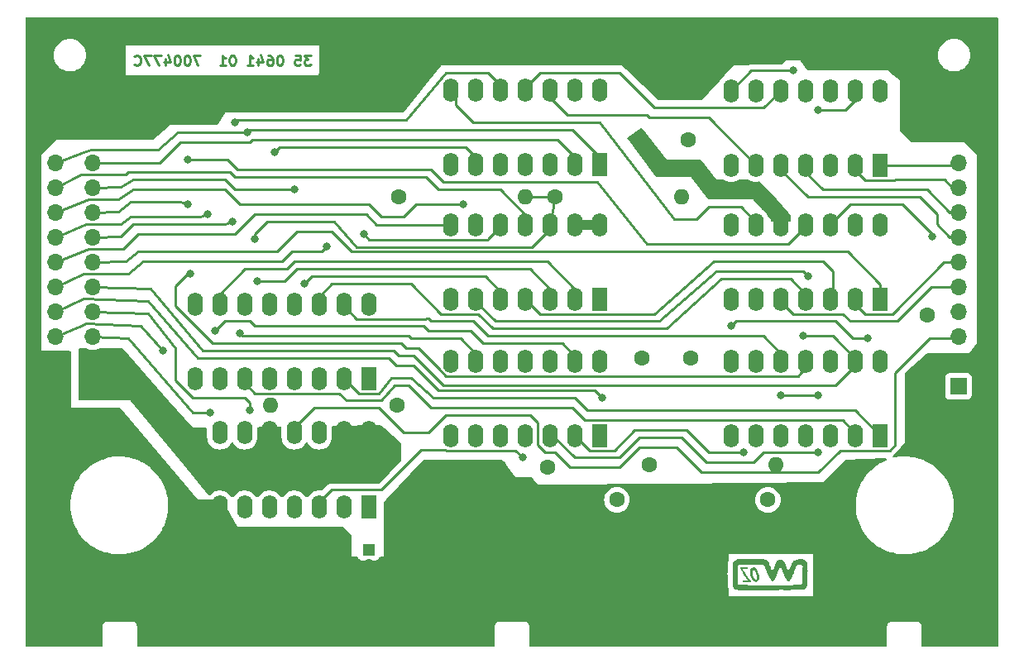
<source format=gbr>
%TF.GenerationSoftware,KiCad,Pcbnew,(6.0.7-1)-1*%
%TF.CreationDate,2022-10-12T18:16:20+11:00*%
%TF.ProjectId,CAT emulator B,43415420-656d-4756-9c61-746f7220422e,rev?*%
%TF.SameCoordinates,Original*%
%TF.FileFunction,Copper,L2,Bot*%
%TF.FilePolarity,Positive*%
%FSLAX46Y46*%
G04 Gerber Fmt 4.6, Leading zero omitted, Abs format (unit mm)*
G04 Created by KiCad (PCBNEW (6.0.7-1)-1) date 2022-10-12 18:16:20*
%MOMM*%
%LPD*%
G01*
G04 APERTURE LIST*
%ADD10C,0.250000*%
%TA.AperFunction,NonConductor*%
%ADD11C,0.250000*%
%TD*%
%TA.AperFunction,ComponentPad*%
%ADD12R,1.700000X1.700000*%
%TD*%
%TA.AperFunction,ComponentPad*%
%ADD13O,1.700000X1.700000*%
%TD*%
%TA.AperFunction,ComponentPad*%
%ADD14C,1.600000*%
%TD*%
%TA.AperFunction,ComponentPad*%
%ADD15O,1.600000X1.600000*%
%TD*%
%TA.AperFunction,ComponentPad*%
%ADD16R,1.600000X2.400000*%
%TD*%
%TA.AperFunction,ComponentPad*%
%ADD17O,1.600000X2.400000*%
%TD*%
%TA.AperFunction,ComponentPad*%
%ADD18R,1.200000X1.200000*%
%TD*%
%TA.AperFunction,ComponentPad*%
%ADD19C,1.200000*%
%TD*%
%TA.AperFunction,ViaPad*%
%ADD20C,0.800000*%
%TD*%
%TA.AperFunction,Conductor*%
%ADD21C,1.000000*%
%TD*%
%TA.AperFunction,Conductor*%
%ADD22C,0.250000*%
%TD*%
G04 APERTURE END LIST*
D10*
D11*
X188130476Y-69302380D02*
X187474285Y-69302380D01*
X187827619Y-69683333D01*
X187676190Y-69683333D01*
X187575238Y-69730952D01*
X187524761Y-69778571D01*
X187474285Y-69873809D01*
X187474285Y-70111904D01*
X187524761Y-70207142D01*
X187575238Y-70254761D01*
X187676190Y-70302380D01*
X187979047Y-70302380D01*
X188080000Y-70254761D01*
X188130476Y-70207142D01*
X186515238Y-69302380D02*
X187020000Y-69302380D01*
X187070476Y-69778571D01*
X187020000Y-69730952D01*
X186919047Y-69683333D01*
X186666666Y-69683333D01*
X186565714Y-69730952D01*
X186515238Y-69778571D01*
X186464761Y-69873809D01*
X186464761Y-70111904D01*
X186515238Y-70207142D01*
X186565714Y-70254761D01*
X186666666Y-70302380D01*
X186919047Y-70302380D01*
X187020000Y-70254761D01*
X187070476Y-70207142D01*
X185000952Y-69302380D02*
X184900000Y-69302380D01*
X184799047Y-69350000D01*
X184748571Y-69397619D01*
X184698095Y-69492857D01*
X184647619Y-69683333D01*
X184647619Y-69921428D01*
X184698095Y-70111904D01*
X184748571Y-70207142D01*
X184799047Y-70254761D01*
X184900000Y-70302380D01*
X185000952Y-70302380D01*
X185101904Y-70254761D01*
X185152380Y-70207142D01*
X185202857Y-70111904D01*
X185253333Y-69921428D01*
X185253333Y-69683333D01*
X185202857Y-69492857D01*
X185152380Y-69397619D01*
X185101904Y-69350000D01*
X185000952Y-69302380D01*
X183739047Y-69302380D02*
X183940952Y-69302380D01*
X184041904Y-69350000D01*
X184092380Y-69397619D01*
X184193333Y-69540476D01*
X184243809Y-69730952D01*
X184243809Y-70111904D01*
X184193333Y-70207142D01*
X184142857Y-70254761D01*
X184041904Y-70302380D01*
X183840000Y-70302380D01*
X183739047Y-70254761D01*
X183688571Y-70207142D01*
X183638095Y-70111904D01*
X183638095Y-69873809D01*
X183688571Y-69778571D01*
X183739047Y-69730952D01*
X183840000Y-69683333D01*
X184041904Y-69683333D01*
X184142857Y-69730952D01*
X184193333Y-69778571D01*
X184243809Y-69873809D01*
X182729523Y-69635714D02*
X182729523Y-70302380D01*
X182981904Y-69254761D02*
X183234285Y-69969047D01*
X182578095Y-69969047D01*
X181619047Y-70302380D02*
X182224761Y-70302380D01*
X181921904Y-70302380D02*
X181921904Y-69302380D01*
X182022857Y-69445238D01*
X182123809Y-69540476D01*
X182224761Y-69588095D01*
X180155238Y-69302380D02*
X180054285Y-69302380D01*
X179953333Y-69350000D01*
X179902857Y-69397619D01*
X179852380Y-69492857D01*
X179801904Y-69683333D01*
X179801904Y-69921428D01*
X179852380Y-70111904D01*
X179902857Y-70207142D01*
X179953333Y-70254761D01*
X180054285Y-70302380D01*
X180155238Y-70302380D01*
X180256190Y-70254761D01*
X180306666Y-70207142D01*
X180357142Y-70111904D01*
X180407619Y-69921428D01*
X180407619Y-69683333D01*
X180357142Y-69492857D01*
X180306666Y-69397619D01*
X180256190Y-69350000D01*
X180155238Y-69302380D01*
X178792380Y-70302380D02*
X179398095Y-70302380D01*
X179095238Y-70302380D02*
X179095238Y-69302380D01*
X179196190Y-69445238D01*
X179297142Y-69540476D01*
X179398095Y-69588095D01*
X176823809Y-69302380D02*
X176117142Y-69302380D01*
X176571428Y-70302380D01*
X175511428Y-69302380D02*
X175410476Y-69302380D01*
X175309523Y-69350000D01*
X175259047Y-69397619D01*
X175208571Y-69492857D01*
X175158095Y-69683333D01*
X175158095Y-69921428D01*
X175208571Y-70111904D01*
X175259047Y-70207142D01*
X175309523Y-70254761D01*
X175410476Y-70302380D01*
X175511428Y-70302380D01*
X175612380Y-70254761D01*
X175662857Y-70207142D01*
X175713333Y-70111904D01*
X175763809Y-69921428D01*
X175763809Y-69683333D01*
X175713333Y-69492857D01*
X175662857Y-69397619D01*
X175612380Y-69350000D01*
X175511428Y-69302380D01*
X174501904Y-69302380D02*
X174400952Y-69302380D01*
X174300000Y-69350000D01*
X174249523Y-69397619D01*
X174199047Y-69492857D01*
X174148571Y-69683333D01*
X174148571Y-69921428D01*
X174199047Y-70111904D01*
X174249523Y-70207142D01*
X174300000Y-70254761D01*
X174400952Y-70302380D01*
X174501904Y-70302380D01*
X174602857Y-70254761D01*
X174653333Y-70207142D01*
X174703809Y-70111904D01*
X174754285Y-69921428D01*
X174754285Y-69683333D01*
X174703809Y-69492857D01*
X174653333Y-69397619D01*
X174602857Y-69350000D01*
X174501904Y-69302380D01*
X173239999Y-69635714D02*
X173239999Y-70302380D01*
X173492380Y-69254761D02*
X173744761Y-69969047D01*
X173088571Y-69969047D01*
X172785714Y-69302380D02*
X172079047Y-69302380D01*
X172533333Y-70302380D01*
X171776190Y-69302380D02*
X171069523Y-69302380D01*
X171523809Y-70302380D01*
X170059999Y-70207142D02*
X170110476Y-70254761D01*
X170261904Y-70302380D01*
X170362857Y-70302380D01*
X170514285Y-70254761D01*
X170615238Y-70159523D01*
X170665714Y-70064285D01*
X170716190Y-69873809D01*
X170716190Y-69730952D01*
X170665714Y-69540476D01*
X170615238Y-69445238D01*
X170514285Y-69350000D01*
X170362857Y-69302380D01*
X170261904Y-69302380D01*
X170110476Y-69350000D01*
X170059999Y-69397619D01*
%TO.C,G\u002A\u002A\u002A*%
G36*
X238954420Y-121653492D02*
G01*
X238969816Y-121744214D01*
X238982936Y-121842828D01*
X238966173Y-121931320D01*
X238951262Y-121970441D01*
X238971833Y-122025936D01*
X238985763Y-122037318D01*
X238995684Y-122084722D01*
X238990091Y-122097456D01*
X238979528Y-122156082D01*
X238972665Y-122262045D01*
X238969249Y-122424665D01*
X238969022Y-122653265D01*
X238971729Y-122957167D01*
X238974451Y-123183298D01*
X238975574Y-123351823D01*
X238973533Y-123463668D01*
X238966920Y-123533174D01*
X238954327Y-123574681D01*
X238934345Y-123602527D01*
X238905568Y-123631052D01*
X238867797Y-123682688D01*
X238832779Y-123785958D01*
X238831691Y-123796892D01*
X238806293Y-123866635D01*
X238743547Y-123919304D01*
X238634025Y-123957187D01*
X238468303Y-123982572D01*
X238236954Y-123997748D01*
X237930552Y-124005004D01*
X237797861Y-124007014D01*
X237587626Y-124012271D01*
X237417724Y-124019176D01*
X237302932Y-124027064D01*
X237258029Y-124035270D01*
X237242034Y-124041721D01*
X237158924Y-124050374D01*
X237024996Y-124054869D01*
X236862199Y-124055472D01*
X236692480Y-124052451D01*
X236537789Y-124046075D01*
X236420073Y-124036611D01*
X236361282Y-124024327D01*
X236339206Y-124017418D01*
X236246078Y-124015487D01*
X236120397Y-124031316D01*
X236115349Y-124032153D01*
X236026051Y-124039157D01*
X235862167Y-124045496D01*
X235632742Y-124051047D01*
X235346823Y-124055687D01*
X235013456Y-124059291D01*
X234641686Y-124061738D01*
X234240559Y-124062903D01*
X233819121Y-124062664D01*
X233814649Y-124062654D01*
X233330361Y-124061610D01*
X232923333Y-124060383D01*
X232586218Y-124058225D01*
X232311675Y-124054389D01*
X232092358Y-124048128D01*
X231920924Y-124038693D01*
X231790029Y-124025338D01*
X231692330Y-124007316D01*
X231620481Y-123983879D01*
X231567141Y-123954279D01*
X231524964Y-123917770D01*
X231486607Y-123873604D01*
X231444725Y-123821033D01*
X231401844Y-123764010D01*
X231353862Y-123674983D01*
X231325917Y-123567939D01*
X231313138Y-123420720D01*
X231310653Y-123211167D01*
X231311230Y-123057084D01*
X231311612Y-122806140D01*
X231310722Y-122623028D01*
X231308280Y-122496522D01*
X231304000Y-122415393D01*
X231297601Y-122368413D01*
X231288798Y-122344356D01*
X231283443Y-122329357D01*
X231309333Y-122279834D01*
X231323364Y-122268210D01*
X231332420Y-122219440D01*
X231318787Y-122169385D01*
X231313651Y-122113581D01*
X231844427Y-122113581D01*
X231845982Y-122419344D01*
X231846486Y-122472759D01*
X231850263Y-122737302D01*
X231855689Y-122974808D01*
X231862296Y-123170868D01*
X231869616Y-123311077D01*
X231877183Y-123381027D01*
X231918612Y-123450863D01*
X232039034Y-123509167D01*
X232039380Y-123509248D01*
X232101871Y-123514371D01*
X232238364Y-123519361D01*
X232440045Y-123524173D01*
X232698098Y-123528757D01*
X233003710Y-123533067D01*
X233348065Y-123537055D01*
X233722349Y-123540672D01*
X234117748Y-123543872D01*
X234525446Y-123546606D01*
X234936629Y-123548828D01*
X235342483Y-123550488D01*
X235734193Y-123551540D01*
X236102944Y-123551935D01*
X236439922Y-123551626D01*
X236736312Y-123550566D01*
X236983300Y-123548706D01*
X237172070Y-123546000D01*
X237293809Y-123542398D01*
X237339702Y-123537854D01*
X237339815Y-123537751D01*
X237387085Y-123531728D01*
X237501717Y-123527122D01*
X237666676Y-123524384D01*
X237864928Y-123523964D01*
X237914911Y-123524134D01*
X238117328Y-123523038D01*
X238252226Y-123517311D01*
X238333862Y-123505049D01*
X238376490Y-123484351D01*
X238394368Y-123453314D01*
X238397109Y-123437727D01*
X238403841Y-123344126D01*
X238409080Y-123189529D01*
X238412353Y-122991267D01*
X238413183Y-122766667D01*
X238413459Y-122631385D01*
X238418670Y-122329813D01*
X238429663Y-122065709D01*
X238445654Y-121850864D01*
X238465863Y-121697067D01*
X238489507Y-121616105D01*
X238494073Y-121604645D01*
X238466165Y-121581334D01*
X238446165Y-121574824D01*
X238421333Y-121519752D01*
X238421263Y-121517549D01*
X238379640Y-121466770D01*
X238276476Y-121430995D01*
X238218798Y-121423348D01*
X238096279Y-121422427D01*
X237984614Y-121437147D01*
X237908387Y-121463306D01*
X237892187Y-121496699D01*
X237888461Y-121537712D01*
X237839639Y-121606647D01*
X237794606Y-121656666D01*
X237781962Y-121684143D01*
X237782591Y-121684287D01*
X237786498Y-121724581D01*
X237758198Y-121820105D01*
X237704600Y-121951627D01*
X237632610Y-122099917D01*
X237592209Y-122181273D01*
X237556676Y-122267524D01*
X237553882Y-122301000D01*
X237555753Y-122316106D01*
X237514191Y-122367524D01*
X237476514Y-122420044D01*
X237447667Y-122517887D01*
X237440976Y-122560056D01*
X237401086Y-122672508D01*
X237339253Y-122803248D01*
X237271746Y-122919415D01*
X237214833Y-122988150D01*
X237200200Y-123001062D01*
X237203836Y-123020019D01*
X237212458Y-123023730D01*
X237199300Y-123060205D01*
X237151328Y-123116195D01*
X237091471Y-123167519D01*
X237042653Y-123190000D01*
X237024384Y-123187063D01*
X236949747Y-123137142D01*
X236883553Y-123052037D01*
X236855000Y-122966520D01*
X236842583Y-122921362D01*
X236780917Y-122854724D01*
X236742713Y-122828141D01*
X236740233Y-122810287D01*
X236740678Y-122784804D01*
X236693729Y-122723235D01*
X236676326Y-122702087D01*
X236611461Y-122591665D01*
X236557455Y-122458652D01*
X236542712Y-122413998D01*
X236498533Y-122298922D01*
X236462305Y-122228258D01*
X236455279Y-122217718D01*
X236414278Y-122132988D01*
X236370483Y-122016592D01*
X236330967Y-121902067D01*
X236263749Y-121730998D01*
X236207903Y-121620528D01*
X236168386Y-121581334D01*
X236165101Y-121581494D01*
X236143721Y-121613084D01*
X236145601Y-121627966D01*
X236126524Y-121726044D01*
X236069836Y-121874800D01*
X235981610Y-122057584D01*
X235941209Y-122138939D01*
X235905676Y-122225190D01*
X235902882Y-122258667D01*
X235904753Y-122273773D01*
X235863191Y-122325191D01*
X235825514Y-122377711D01*
X235796667Y-122475554D01*
X235789976Y-122517723D01*
X235750086Y-122630175D01*
X235688253Y-122760914D01*
X235620746Y-122877082D01*
X235563833Y-122945817D01*
X235549200Y-122958728D01*
X235552836Y-122977685D01*
X235561458Y-122981396D01*
X235548300Y-123017872D01*
X235500328Y-123073861D01*
X235440471Y-123125186D01*
X235391653Y-123147667D01*
X235373384Y-123144729D01*
X235298747Y-123094808D01*
X235232553Y-123009704D01*
X235204000Y-122924187D01*
X235191583Y-122879028D01*
X235129917Y-122812391D01*
X235091713Y-122785807D01*
X235089233Y-122767954D01*
X235089678Y-122742471D01*
X235042729Y-122680902D01*
X235025044Y-122659446D01*
X234959429Y-122549095D01*
X234903956Y-122416318D01*
X234894316Y-122387935D01*
X234833761Y-122230716D01*
X234770543Y-122090966D01*
X234758194Y-122066093D01*
X234713771Y-121964175D01*
X234695613Y-121900466D01*
X234687393Y-121866654D01*
X234650438Y-121771384D01*
X234593898Y-121647246D01*
X234492569Y-121437991D01*
X233226384Y-121421683D01*
X232986667Y-121418717D01*
X232672830Y-121415591D01*
X232428431Y-121414703D01*
X232244170Y-121416452D01*
X232110745Y-121421239D01*
X232018852Y-121429464D01*
X231959190Y-121441527D01*
X231922457Y-121457829D01*
X231899350Y-121478769D01*
X231897805Y-121480690D01*
X231876958Y-121523379D01*
X231861802Y-121597343D01*
X231851732Y-121713251D01*
X231846142Y-121881774D01*
X231844427Y-122113581D01*
X231313651Y-122113581D01*
X231307681Y-122048718D01*
X231303142Y-121885916D01*
X231304863Y-121704560D01*
X231312538Y-121528234D01*
X231324933Y-121390834D01*
X234103333Y-121390834D01*
X234124500Y-121412000D01*
X234145667Y-121390834D01*
X234124500Y-121369667D01*
X234103333Y-121390834D01*
X231324933Y-121390834D01*
X231325863Y-121380520D01*
X231344531Y-121285000D01*
X231344638Y-121284691D01*
X231429929Y-121142323D01*
X231574740Y-121009834D01*
X231753833Y-120882834D01*
X233193167Y-120874743D01*
X233386237Y-120873653D01*
X233742587Y-120871990D01*
X234028072Y-120872082D01*
X234252108Y-120874945D01*
X234424106Y-120881594D01*
X234553480Y-120893044D01*
X234649643Y-120910312D01*
X234722007Y-120934413D01*
X234779985Y-120966362D01*
X234832991Y-121007175D01*
X234890438Y-121057869D01*
X234947890Y-121117407D01*
X235018456Y-121215571D01*
X235060965Y-121304510D01*
X235060514Y-121357931D01*
X235058564Y-121360929D01*
X235065422Y-121390834D01*
X235070664Y-121413696D01*
X235120584Y-121498423D01*
X235122943Y-121501768D01*
X235180272Y-121606286D01*
X235204000Y-121694866D01*
X235213532Y-121748770D01*
X235257006Y-121845224D01*
X235316903Y-121927508D01*
X235372281Y-121962334D01*
X235403393Y-121944737D01*
X235461528Y-121873969D01*
X235519945Y-121777118D01*
X235560843Y-121684856D01*
X235566420Y-121627852D01*
X235565510Y-121589421D01*
X235608802Y-121521246D01*
X235644607Y-121478692D01*
X235646340Y-121454333D01*
X235639434Y-121441629D01*
X235670516Y-121389810D01*
X235696732Y-121348311D01*
X235699372Y-121300594D01*
X235696857Y-121295724D01*
X235716401Y-121243525D01*
X235778006Y-121164466D01*
X235790980Y-121150246D01*
X235855194Y-121071484D01*
X235881333Y-121024132D01*
X235895462Y-121003068D01*
X235968410Y-120966600D01*
X236076487Y-120935336D01*
X236188977Y-120917344D01*
X236275165Y-120920691D01*
X236367095Y-120963747D01*
X236476622Y-121045946D01*
X236581801Y-121148253D01*
X236666658Y-121253112D01*
X236715220Y-121342968D01*
X236711514Y-121400264D01*
X236709564Y-121403262D01*
X236721664Y-121456029D01*
X236771584Y-121540757D01*
X236773943Y-121544101D01*
X236831272Y-121648619D01*
X236855000Y-121737199D01*
X236864532Y-121791103D01*
X236908006Y-121887557D01*
X236967903Y-121969841D01*
X237023281Y-122004667D01*
X237054393Y-121987071D01*
X237112528Y-121916302D01*
X237170945Y-121819451D01*
X237211843Y-121727189D01*
X237217420Y-121670185D01*
X237216510Y-121631755D01*
X237259802Y-121563580D01*
X237295607Y-121521025D01*
X237297340Y-121496667D01*
X237290434Y-121483962D01*
X237321516Y-121432144D01*
X237347732Y-121390644D01*
X237350372Y-121342927D01*
X237347857Y-121338057D01*
X237367401Y-121285858D01*
X237429006Y-121206800D01*
X237441990Y-121192569D01*
X237506197Y-121113853D01*
X237532333Y-121066585D01*
X237533431Y-121062867D01*
X237581525Y-121031571D01*
X237682111Y-120991413D01*
X237809340Y-120950783D01*
X237937364Y-120918073D01*
X238040333Y-120901673D01*
X238100070Y-120899324D01*
X238235851Y-120897907D01*
X238391223Y-120899314D01*
X238488232Y-120902910D01*
X238604858Y-120921898D01*
X238698038Y-120970163D01*
X238805947Y-121062750D01*
X238818323Y-121074409D01*
X238918074Y-121182300D01*
X238967733Y-121280752D01*
X238985607Y-121404604D01*
X238987174Y-121453227D01*
X238981835Y-121556466D01*
X238966113Y-121604645D01*
X238965586Y-121606259D01*
X238954420Y-121653492D01*
G37*
G36*
X232580640Y-121674323D02*
G01*
X232607707Y-121675619D01*
X232744328Y-121685161D01*
X232818268Y-121702053D01*
X232848625Y-121734379D01*
X232854500Y-121790221D01*
X232854433Y-121802182D01*
X232846981Y-121853102D01*
X232813387Y-121878933D01*
X232734187Y-121886462D01*
X232589917Y-121882476D01*
X232548028Y-121880984D01*
X232407386Y-121883245D01*
X232340979Y-121904779D01*
X232340944Y-121951677D01*
X232399417Y-122030028D01*
X232413956Y-122046723D01*
X232498278Y-122151955D01*
X232579203Y-122263907D01*
X232640015Y-122358476D01*
X232664000Y-122411560D01*
X232665835Y-122420084D01*
X232702828Y-122487266D01*
X232776673Y-122594951D01*
X232873215Y-122724033D01*
X232978297Y-122855410D01*
X233077765Y-122969977D01*
X233163075Y-123073540D01*
X233194656Y-123153798D01*
X233155005Y-123203394D01*
X233042788Y-123232334D01*
X232970126Y-123239835D01*
X232818056Y-123244403D01*
X232650888Y-123240049D01*
X232493550Y-123228264D01*
X232370971Y-123210540D01*
X232308078Y-123188369D01*
X232287003Y-123133489D01*
X232328213Y-123080116D01*
X232416161Y-123044718D01*
X232531420Y-123040186D01*
X232540590Y-123041264D01*
X232672657Y-123046579D01*
X232779936Y-123035500D01*
X232874705Y-123011730D01*
X232785729Y-122899782D01*
X232694580Y-122777462D01*
X232584133Y-122616400D01*
X232467159Y-122436176D01*
X232352669Y-122251660D01*
X232249677Y-122077721D01*
X232167194Y-121929229D01*
X232114232Y-121821054D01*
X232099804Y-121768064D01*
X232130215Y-121725721D01*
X232215909Y-121687667D01*
X232362365Y-121671252D01*
X232580640Y-121674323D01*
G37*
G36*
X233975387Y-122981529D02*
G01*
X233888336Y-123095416D01*
X233780283Y-123189138D01*
X233660361Y-123227724D01*
X233535377Y-123188778D01*
X233392346Y-123071679D01*
X233321177Y-122990605D01*
X233242607Y-122859572D01*
X233183596Y-122693101D01*
X233138772Y-122474806D01*
X233102764Y-122188301D01*
X233100861Y-122165385D01*
X233336206Y-122165385D01*
X233353194Y-122463870D01*
X233427816Y-122701206D01*
X233559887Y-122876786D01*
X233656219Y-122957216D01*
X233737027Y-123005330D01*
X233767906Y-122991415D01*
X233772342Y-122958580D01*
X233787188Y-122872500D01*
X233789237Y-122849048D01*
X233779251Y-122738901D01*
X233750560Y-122586136D01*
X233709616Y-122415992D01*
X233662874Y-122253707D01*
X233616787Y-122124519D01*
X233577809Y-122053666D01*
X233549770Y-122032389D01*
X233458161Y-122017823D01*
X233375552Y-122059838D01*
X233337044Y-122145103D01*
X233336206Y-122165385D01*
X233100861Y-122165385D01*
X233091236Y-122049487D01*
X233096161Y-121953421D01*
X233125471Y-121885814D01*
X233185601Y-121817885D01*
X233241345Y-121769330D01*
X233365734Y-121716107D01*
X233503561Y-121736736D01*
X233668121Y-121831595D01*
X233797244Y-121954675D01*
X233880942Y-122103433D01*
X233896707Y-122248084D01*
X233896465Y-122268645D01*
X233927922Y-122301000D01*
X233939473Y-122305658D01*
X233975216Y-122366156D01*
X234008961Y-122476034D01*
X234035130Y-122609051D01*
X234048143Y-122738969D01*
X234042422Y-122839548D01*
X234039613Y-122849048D01*
X234034371Y-122866773D01*
X233975387Y-122981529D01*
G37*
%TD*%
D12*
%TO.P,J2,1,Pin_1*%
%TO.N,+5V*%
X254426000Y-103180000D03*
D13*
%TO.P,J2,2,Pin_2*%
%TO.N,GND*%
X254426000Y-100640000D03*
%TO.P,J2,3,Pin_3*%
%TO.N,/pin30*%
X254426000Y-98100000D03*
%TO.P,J2,4,Pin_4*%
%TO.N,/BA12*%
X254426000Y-95560000D03*
%TO.P,J2,5,Pin_5*%
%TO.N,/BA13*%
X254426000Y-93020000D03*
%TO.P,J2,6,Pin_6*%
%TO.N,/BR{slash}~{W}*%
X254426000Y-90480000D03*
%TO.P,J2,7,Pin_7*%
%TO.N,/BA14*%
X254426000Y-87940000D03*
%TO.P,J2,8,Pin_8*%
%TO.N,/BA15*%
X254426000Y-85400000D03*
%TO.P,J2,9,Pin_9*%
%TO.N,/BA16*%
X254426000Y-82860000D03*
%TO.P,J2,10,Pin_10*%
%TO.N,/BA17*%
X254426000Y-80320000D03*
%TD*%
D12*
%TO.P,J4,1,Pin_1*%
%TO.N,+5V*%
X165826000Y-103180000D03*
D13*
%TO.P,J4,2,Pin_2*%
X165826000Y-100640000D03*
%TO.P,J4,3,Pin_3*%
%TO.N,/J4P3*%
X165826000Y-98100000D03*
%TO.P,J4,4,Pin_4*%
%TO.N,/J4P4*%
X165826000Y-95560000D03*
%TO.P,J4,5,Pin_5*%
%TO.N,/~{INH}*%
X165826000Y-93020000D03*
%TO.P,J4,6,Pin_6*%
%TO.N,/1C5*%
X165826000Y-90480000D03*
%TO.P,J4,7,Pin_7*%
%TO.N,/J4P7*%
X165826000Y-87940000D03*
%TO.P,J4,8,Pin_8*%
%TO.N,/J4P8*%
X165826000Y-85400000D03*
%TO.P,J4,9,Pin_9*%
%TO.N,/BA3*%
X165826000Y-82860000D03*
%TO.P,J4,10,Pin_10*%
%TO.N,/BA1*%
X165826000Y-80320000D03*
%TD*%
D12*
%TO.P,J3,1,Pin_1*%
%TO.N,GND*%
X162026000Y-103180000D03*
D13*
%TO.P,J3,2,Pin_2*%
X162026000Y-100640000D03*
%TO.P,J3,3,Pin_3*%
%TO.N,/J3P3*%
X162026000Y-98100000D03*
%TO.P,J3,4,Pin_4*%
%TO.N,/\u03C61*%
X162026000Y-95560000D03*
%TO.P,J3,5,Pin_5*%
%TO.N,/F4M*%
X162026000Y-93020000D03*
%TO.P,J3,6,Pin_6*%
%TO.N,/~{G}*%
X162026000Y-90480000D03*
%TO.P,J3,7,Pin_7*%
%TO.N,/~{CAS}*%
X162026000Y-87940000D03*
%TO.P,J3,8,Pin_8*%
%TO.N,/~{W}*%
X162026000Y-85400000D03*
%TO.P,J3,9,Pin_9*%
%TO.N,/~{RAS}*%
X162026000Y-82860000D03*
%TO.P,J3,10,Pin_10*%
%TO.N,/BA0*%
X162026000Y-80320000D03*
%TD*%
D14*
%TO.P,R2,1*%
%TO.N,/pin30*%
X251206000Y-95902000D03*
D15*
%TO.P,R2,2*%
%TO.N,GND*%
X251206000Y-108902000D03*
%TD*%
D16*
%TO.P,U18,1,~{R}*%
%TO.N,+5V*%
X194056000Y-115570000D03*
D17*
%TO.P,U18,2,D*%
%TO.N,/BA0*%
X191516000Y-115570000D03*
%TO.P,U18,3,C*%
%TO.N,Net-(U11-Pad11)*%
X188976000Y-115570000D03*
%TO.P,U18,4,~{S}*%
%TO.N,/1H9*%
X186436000Y-115570000D03*
%TO.P,U18,5,Q*%
%TO.N,unconnected-(U18-Pad5)*%
X183896000Y-115570000D03*
%TO.P,U18,6,~{Q}*%
%TO.N,/J4P4*%
X181356000Y-115570000D03*
%TO.P,U18,7,GND*%
%TO.N,GND*%
X178816000Y-115570000D03*
%TO.P,U18,8,~{Q}*%
%TO.N,unconnected-(U18-Pad8)*%
X178816000Y-107950000D03*
%TO.P,U18,9,Q*%
%TO.N,Net-(R4-Pad1)*%
X181356000Y-107950000D03*
%TO.P,U18,10,~{S}*%
%TO.N,+5V*%
X183896000Y-107950000D03*
%TO.P,U18,11,C*%
%TO.N,/pin30*%
X186436000Y-107950000D03*
%TO.P,U18,12,D*%
%TO.N,/F4M*%
X188976000Y-107950000D03*
%TO.P,U18,13,~{R}*%
%TO.N,+5V*%
X191516000Y-107950000D03*
%TO.P,U18,14,VCC*%
X194056000Y-107950000D03*
%TD*%
D14*
%TO.P,C9,1*%
%TO.N,+5V*%
X222036000Y-100330000D03*
%TO.P,C9,2*%
%TO.N,GND*%
X227036000Y-100330000D03*
%TD*%
%TO.P,C2,1*%
%TO.N,+5V*%
X234910000Y-114808000D03*
%TO.P,C2,2*%
%TO.N,GND*%
X229910000Y-114808000D03*
%TD*%
%TO.P,C3,1*%
%TO.N,+5V*%
X219456000Y-114808000D03*
%TO.P,C3,2*%
%TO.N,GND*%
X224456000Y-114808000D03*
%TD*%
%TO.P,R1,1*%
%TO.N,+5V*%
X196960000Y-105156000D03*
D15*
%TO.P,R1,2*%
%TO.N,/1H9*%
X183960000Y-105156000D03*
%TD*%
D16*
%TO.P,U14,1*%
%TO.N,/1C5*%
X246385000Y-94249000D03*
D17*
%TO.P,U14,2*%
%TO.N,/BR{slash}~{W}*%
X243845000Y-94249000D03*
%TO.P,U14,3*%
%TO.N,Net-(U10-Pad4)*%
X241305000Y-94249000D03*
%TO.P,U14,4*%
%TO.N,Net-(U14-Pad4)*%
X238765000Y-94249000D03*
%TO.P,U14,5*%
%TO.N,/BA13*%
X236225000Y-94249000D03*
%TO.P,U14,6*%
%TO.N,Net-(U12-Pad9)*%
X233685000Y-94249000D03*
%TO.P,U14,7,GND*%
%TO.N,GND*%
X231145000Y-94249000D03*
%TO.P,U14,8*%
%TO.N,Net-(U11-Pad2)*%
X231145000Y-86629000D03*
%TO.P,U14,9*%
%TO.N,Net-(U13-Pad8)*%
X233685000Y-86629000D03*
%TO.P,U14,10*%
%TO.N,+5V*%
X236225000Y-86629000D03*
%TO.P,U14,11*%
%TO.N,/J4P8*%
X238765000Y-86629000D03*
%TO.P,U14,12*%
%TO.N,/BA12*%
X241305000Y-86629000D03*
%TO.P,U14,13*%
%TO.N,Net-(U12-Pad8)*%
X243845000Y-86629000D03*
%TO.P,U14,14,VCC*%
%TO.N,+5V*%
X246385000Y-86629000D03*
%TD*%
D14*
%TO.P,R4,1*%
%TO.N,Net-(R4-Pad1)*%
X213106000Y-83820000D03*
D15*
%TO.P,R4,2*%
%TO.N,GND*%
X226106000Y-83820000D03*
%TD*%
D16*
%TO.P,U10,1*%
%TO.N,/BA0*%
X217683000Y-94249000D03*
D17*
%TO.P,U10,2*%
%TO.N,Net-(U10-Pad2)*%
X215143000Y-94249000D03*
%TO.P,U10,3*%
%TO.N,Net-(U10-Pad3)*%
X212603000Y-94249000D03*
%TO.P,U10,4*%
%TO.N,Net-(U10-Pad4)*%
X210063000Y-94249000D03*
%TO.P,U10,5*%
%TO.N,Net-(U10-Pad5)*%
X207523000Y-94249000D03*
%TO.P,U10,6*%
%TO.N,Net-(U10-Pad6)*%
X204983000Y-94249000D03*
%TO.P,U10,7,GND*%
%TO.N,GND*%
X202443000Y-94249000D03*
%TO.P,U10,8*%
%TO.N,/~{G}*%
X202443000Y-86629000D03*
%TO.P,U10,9*%
%TO.N,Net-(U10-Pad4)*%
X204983000Y-86629000D03*
%TO.P,U10,10*%
%TO.N,Net-(U10-Pad10)*%
X207523000Y-86629000D03*
%TO.P,U10,11*%
%TO.N,/~{RAS}*%
X210063000Y-86629000D03*
%TO.P,U10,12*%
%TO.N,Net-(R4-Pad1)*%
X212603000Y-86629000D03*
%TO.P,U10,13*%
%TO.N,+5V*%
X215143000Y-86629000D03*
%TO.P,U10,14,VCC*%
X217683000Y-86629000D03*
%TD*%
D16*
%TO.P,U3,1,~{Mr}*%
%TO.N,/1H9*%
X194041000Y-102377000D03*
D17*
%TO.P,U3,2,Q0*%
%TO.N,Net-(U10-Pad10)*%
X191501000Y-102377000D03*
%TO.P,U3,3,~{Q0}*%
%TO.N,Net-(U10-Pad5)*%
X188961000Y-102377000D03*
%TO.P,U3,4,D0*%
%TO.N,Net-(U13-Pad6)*%
X186421000Y-102377000D03*
%TO.P,U3,5,D1*%
%TO.N,Net-(U10-Pad3)*%
X183881000Y-102377000D03*
%TO.P,U3,6,~{Q1}*%
%TO.N,Net-(U12-Pad2)*%
X181341000Y-102377000D03*
%TO.P,U3,7,Q1*%
%TO.N,Net-(U11-Pad9)*%
X178801000Y-102377000D03*
%TO.P,U3,8,GND*%
%TO.N,GND*%
X176261000Y-102377000D03*
%TO.P,U3,9,Cp*%
%TO.N,/J3P3*%
X176261000Y-94757000D03*
%TO.P,U3,10,Q2*%
%TO.N,Net-(U10-Pad2)*%
X178801000Y-94757000D03*
%TO.P,U3,11,~{Q2}*%
%TO.N,unconnected-(U3-Pad11)*%
X181341000Y-94757000D03*
%TO.P,U3,12,D2*%
%TO.N,/BA0*%
X183881000Y-94757000D03*
%TO.P,U3,13,D3*%
%TO.N,/BA3*%
X186421000Y-94757000D03*
%TO.P,U3,14,~{Q3}*%
%TO.N,Net-(U14-Pad4)*%
X188961000Y-94757000D03*
%TO.P,U3,15,Q3*%
%TO.N,Net-(U12-Pad10)*%
X191501000Y-94757000D03*
%TO.P,U3,16,VCC*%
%TO.N,+5V*%
X194041000Y-94757000D03*
%TD*%
D14*
%TO.P,C10,1*%
%TO.N,/~{RAS}*%
X212344000Y-111506000D03*
%TO.P,C10,2*%
%TO.N,GND*%
X207344000Y-111506000D03*
%TD*%
D16*
%TO.P,U15,1*%
%TO.N,/BA17*%
X246385000Y-80533000D03*
D17*
%TO.P,U15,2*%
%TO.N,/BA16*%
X243845000Y-80533000D03*
%TO.P,U15,3*%
%TO.N,N/C*%
X241305000Y-80533000D03*
%TO.P,U15,4*%
%TO.N,/BA15*%
X238765000Y-80533000D03*
%TO.P,U15,5*%
%TO.N,/BA14*%
X236225000Y-80533000D03*
%TO.P,U15,6*%
%TO.N,Net-(U13-Pad12)*%
X233685000Y-80533000D03*
%TO.P,U15,7,GND*%
%TO.N,GND*%
X231145000Y-80533000D03*
%TO.P,U15,8*%
%TO.N,/~{INH}*%
X231145000Y-72913000D03*
%TO.P,U15,9*%
%TO.N,Net-(U12-Pad6)*%
X233685000Y-72913000D03*
%TO.P,U15,10*%
%TO.N,Net-(U13-Pad11)*%
X236225000Y-72913000D03*
%TO.P,U15,11*%
%TO.N,N/C*%
X238765000Y-72913000D03*
%TO.P,U15,12*%
%TO.N,Net-(U12-Pad3)*%
X241305000Y-72913000D03*
%TO.P,U15,13*%
%TO.N,Net-(U10-Pad6)*%
X243845000Y-72913000D03*
%TO.P,U15,14,VCC*%
%TO.N,+5V*%
X246385000Y-72913000D03*
%TD*%
D18*
%TO.P,C5,1*%
%TO.N,/1H9*%
X194056000Y-119927401D03*
D19*
%TO.P,C5,2*%
%TO.N,GND*%
X194056000Y-121427401D03*
%TD*%
D14*
%TO.P,R5,1*%
%TO.N,+5V*%
X197104000Y-83820000D03*
D15*
%TO.P,R5,2*%
%TO.N,Net-(R4-Pad1)*%
X210104000Y-83820000D03*
%TD*%
D16*
%TO.P,U11,1*%
%TO.N,/\u03C61*%
X217683000Y-108219000D03*
D17*
%TO.P,U11,2*%
%TO.N,Net-(U11-Pad2)*%
X215143000Y-108219000D03*
%TO.P,U11,3*%
%TO.N,Net-(U11-Pad3)*%
X212603000Y-108219000D03*
%TO.P,U11,4*%
%TO.N,/~{RAS}*%
X210063000Y-108219000D03*
%TO.P,U11,5*%
%TO.N,GND*%
X207523000Y-108219000D03*
%TO.P,U11,6*%
%TO.N,/J4P7*%
X204983000Y-108219000D03*
%TO.P,U11,7,GND*%
%TO.N,GND*%
X202443000Y-108219000D03*
%TO.P,U11,8*%
%TO.N,/~{W}*%
X202443000Y-100599000D03*
%TO.P,U11,9*%
%TO.N,Net-(U11-Pad9)*%
X204983000Y-100599000D03*
%TO.P,U11,10*%
%TO.N,Net-(U10-Pad4)*%
X207523000Y-100599000D03*
%TO.P,U11,11*%
%TO.N,Net-(U11-Pad11)*%
X210063000Y-100599000D03*
%TO.P,U11,12*%
%TO.N,/\u03C61*%
X212603000Y-100599000D03*
%TO.P,U11,13*%
%TO.N,/J4P3*%
X215143000Y-100599000D03*
%TO.P,U11,14,VCC*%
%TO.N,+5V*%
X217683000Y-100599000D03*
%TD*%
D14*
%TO.P,C7,1*%
%TO.N,+5V*%
X221782000Y-77978000D03*
%TO.P,C7,2*%
%TO.N,GND*%
X226782000Y-77978000D03*
%TD*%
%TO.P,R3,1*%
%TO.N,+5V*%
X222758000Y-111252000D03*
D15*
%TO.P,R3,2*%
%TO.N,/pin30*%
X235758000Y-111252000D03*
%TD*%
D16*
%TO.P,U13,1*%
%TO.N,/BA0*%
X217678000Y-80518000D03*
D17*
%TO.P,U13,2*%
%TO.N,/BA1*%
X215138000Y-80518000D03*
%TO.P,U13,3*%
%TO.N,Net-(U13-Pad3)*%
X212598000Y-80518000D03*
%TO.P,U13,4*%
X210058000Y-80518000D03*
%TO.P,U13,5*%
%TO.N,+5V*%
X207518000Y-80518000D03*
%TO.P,U13,6*%
%TO.N,Net-(U13-Pad6)*%
X204978000Y-80518000D03*
%TO.P,U13,7,GND*%
%TO.N,GND*%
X202438000Y-80518000D03*
%TO.P,U13,8*%
%TO.N,Net-(U13-Pad8)*%
X202438000Y-72898000D03*
%TO.P,U13,9*%
%TO.N,GND*%
X204978000Y-72898000D03*
%TO.P,U13,10*%
%TO.N,/J4P7*%
X207518000Y-72898000D03*
%TO.P,U13,11*%
%TO.N,Net-(U13-Pad11)*%
X210058000Y-72898000D03*
%TO.P,U13,12*%
%TO.N,Net-(U13-Pad12)*%
X212598000Y-72898000D03*
%TO.P,U13,13*%
%TO.N,+5V*%
X215138000Y-72898000D03*
%TO.P,U13,14,VCC*%
X217678000Y-72898000D03*
%TD*%
D16*
%TO.P,U12,1*%
%TO.N,Net-(U10-Pad10)*%
X246385000Y-108219000D03*
D17*
%TO.P,U12,2*%
%TO.N,Net-(U12-Pad2)*%
X243845000Y-108219000D03*
%TO.P,U12,3*%
%TO.N,Net-(U12-Pad3)*%
X241305000Y-108219000D03*
%TO.P,U12,4*%
%TO.N,/BA13*%
X238765000Y-108219000D03*
%TO.P,U12,5*%
%TO.N,/BA12*%
X236225000Y-108219000D03*
%TO.P,U12,6*%
%TO.N,Net-(U12-Pad6)*%
X233685000Y-108219000D03*
%TO.P,U12,7,GND*%
%TO.N,GND*%
X231145000Y-108219000D03*
%TO.P,U12,8*%
%TO.N,Net-(U12-Pad8)*%
X231145000Y-100599000D03*
%TO.P,U12,9*%
%TO.N,Net-(U12-Pad9)*%
X233685000Y-100599000D03*
%TO.P,U12,10*%
%TO.N,Net-(U12-Pad10)*%
X236225000Y-100599000D03*
%TO.P,U12,11*%
%TO.N,/~{CAS}*%
X238765000Y-100599000D03*
%TO.P,U12,12*%
%TO.N,Net-(U11-Pad3)*%
X241305000Y-100599000D03*
%TO.P,U12,13*%
%TO.N,/~{INH}*%
X243845000Y-100599000D03*
%TO.P,U12,14,VCC*%
%TO.N,+5V*%
X246385000Y-100599000D03*
%TD*%
D20*
%TO.N,GND*%
X227584000Y-71882000D03*
X226822000Y-71120000D03*
%TO.N,/BA0*%
X181610000Y-77216000D03*
%TO.N,/BA3*%
X186436000Y-83058000D03*
%TO.N,/BA12*%
X240030000Y-104140000D03*
X251714000Y-87884000D03*
X236220000Y-104140000D03*
%TO.N,/~{INH}*%
X238506000Y-98044000D03*
X237490000Y-70866000D03*
%TO.N,/F4M*%
X189738000Y-88900000D03*
%TO.N,/\u03C61*%
X217932000Y-104394000D03*
%TO.N,/J3P3*%
X172974000Y-99568000D03*
%TO.N,/~{CAS}*%
X175768000Y-91694000D03*
X177546000Y-85598000D03*
%TO.N,/~{W}*%
X203708000Y-84582000D03*
%TO.N,/J4P3*%
X177800000Y-105918000D03*
X178308000Y-97536000D03*
%TO.N,/J4P4*%
X181864000Y-105664000D03*
%TO.N,/J4P7*%
X180086000Y-86360000D03*
X180340000Y-76200000D03*
%TO.N,/J4P8*%
X175514000Y-84582000D03*
X175514000Y-80010000D03*
%TO.N,Net-(U10-Pad10)*%
X193548000Y-87630000D03*
%TO.N,Net-(U10-Pad5)*%
X187452000Y-92710000D03*
%TO.N,Net-(U13-Pad6)*%
X184404000Y-79248000D03*
%TO.N,Net-(U10-Pad3)*%
X182626000Y-92456000D03*
%TO.N,Net-(U11-Pad9)*%
X180848000Y-97790000D03*
%TO.N,Net-(U10-Pad6)*%
X239014000Y-91948000D03*
X240030000Y-74930000D03*
%TO.N,Net-(U11-Pad2)*%
X232410000Y-109982000D03*
%TO.N,Net-(U11-Pad3)*%
X240030000Y-109982000D03*
%TO.N,Net-(U11-Pad11)*%
X209804000Y-110490000D03*
%TO.N,Net-(U12-Pad8)*%
X231140000Y-97028000D03*
X245110000Y-98298000D03*
%TO.N,Net-(R4-Pad1)*%
X182372000Y-88138000D03*
%TD*%
D21*
%TO.N,+5V*%
X215143000Y-86629000D02*
X217683000Y-86629000D01*
D22*
%TO.N,/BA0*%
X214884000Y-76962000D02*
X217678000Y-79756000D01*
X217678000Y-79756000D02*
X217678000Y-80518000D01*
X174498000Y-77216000D02*
X181610000Y-77216000D01*
X181610000Y-77216000D02*
X181864000Y-76962000D01*
X172466000Y-78994000D02*
X174498000Y-77216000D01*
X162026000Y-80320000D02*
X164846000Y-79248000D01*
X164846000Y-79248000D02*
X165608000Y-78994000D01*
X181864000Y-76962000D02*
X214884000Y-76962000D01*
X165608000Y-78994000D02*
X172466000Y-78994000D01*
%TO.N,/BA1*%
X181864000Y-78232000D02*
X182118000Y-77978000D01*
X213360000Y-77978000D02*
X215138000Y-79756000D01*
X182118000Y-77978000D02*
X213360000Y-77978000D01*
X215138000Y-79756000D02*
X215138000Y-80518000D01*
X165826000Y-80320000D02*
X172664000Y-80320000D01*
X174752000Y-78232000D02*
X181864000Y-78232000D01*
X172664000Y-80320000D02*
X174752000Y-78232000D01*
%TO.N,/BA3*%
X179324000Y-82042000D02*
X180340000Y-83058000D01*
X168656000Y-82804000D02*
X169926000Y-82042000D01*
X169926000Y-82042000D02*
X179324000Y-82042000D01*
X165826000Y-82860000D02*
X168656000Y-82804000D01*
X180340000Y-83058000D02*
X186436000Y-83058000D01*
%TO.N,/BA12*%
X248666000Y-84582000D02*
X251714000Y-87630000D01*
X251714000Y-87630000D02*
X251714000Y-87884000D01*
X240030000Y-104140000D02*
X236220000Y-104140000D01*
X241305000Y-86609000D02*
X243332000Y-84582000D01*
X241305000Y-86629000D02*
X241305000Y-86609000D01*
X243332000Y-84582000D02*
X248666000Y-84582000D01*
%TO.N,/BA13*%
X242586000Y-95774000D02*
X237506000Y-95774000D01*
X254426000Y-93020000D02*
X251658000Y-93020000D01*
X248158000Y-96520000D02*
X243332000Y-96520000D01*
X237506000Y-95774000D02*
X236225000Y-94493000D01*
X236225000Y-94493000D02*
X236225000Y-94249000D01*
X243332000Y-96520000D02*
X242586000Y-95774000D01*
X251658000Y-93020000D02*
X248158000Y-96520000D01*
%TO.N,/BR{slash}~{W}*%
X247634000Y-95774000D02*
X244872000Y-95774000D01*
X254426000Y-90480000D02*
X252928000Y-90480000D01*
X243845000Y-94747000D02*
X243845000Y-94249000D01*
X252928000Y-90480000D02*
X247634000Y-95774000D01*
X244872000Y-95774000D02*
X243845000Y-94747000D01*
%TO.N,/BA14*%
X239014000Y-83820000D02*
X250444000Y-83820000D01*
X236225000Y-81031000D02*
X239014000Y-83820000D01*
X252222000Y-85598000D02*
X252222000Y-86614000D01*
X252222000Y-86614000D02*
X253548000Y-87940000D01*
X253548000Y-87940000D02*
X254426000Y-87940000D01*
X250444000Y-83820000D02*
X252222000Y-85598000D01*
X236225000Y-80533000D02*
X236225000Y-81031000D01*
%TO.N,/BA15*%
X240538000Y-83058000D02*
X238765000Y-81285000D01*
X253548000Y-85400000D02*
X251206000Y-83058000D01*
X238765000Y-81285000D02*
X238765000Y-80533000D01*
X251206000Y-83058000D02*
X240538000Y-83058000D01*
X254426000Y-85400000D02*
X253548000Y-85400000D01*
%TO.N,/BA16*%
X244872000Y-82058000D02*
X243845000Y-81031000D01*
X247904000Y-82042000D02*
X247888000Y-82058000D01*
X247888000Y-82058000D02*
X244872000Y-82058000D01*
X253802000Y-82860000D02*
X252984000Y-82042000D01*
X252984000Y-82042000D02*
X247904000Y-82042000D01*
X254426000Y-82860000D02*
X253802000Y-82860000D01*
X243845000Y-81031000D02*
X243845000Y-80533000D01*
%TO.N,/BA17*%
X254213000Y-80533000D02*
X254426000Y-80320000D01*
X246385000Y-80533000D02*
X254213000Y-80533000D01*
%TO.N,/pin30*%
X242300000Y-109744000D02*
X247380000Y-109744000D01*
X201930000Y-106172000D02*
X210566000Y-106172000D01*
X247904000Y-109220000D02*
X247904000Y-101854000D01*
X214630000Y-111506000D02*
X219710000Y-111506000D01*
X254228000Y-98298000D02*
X254426000Y-98100000D01*
X200152000Y-107950000D02*
X201930000Y-106172000D01*
X188468000Y-105410000D02*
X195072000Y-105410000D01*
X247904000Y-101854000D02*
X251460000Y-98298000D01*
X240030000Y-112014000D02*
X242300000Y-109744000D01*
X210566000Y-106172000D02*
X211328000Y-106934000D01*
X211328000Y-109220000D02*
X212090000Y-109982000D01*
X186436000Y-107950000D02*
X186436000Y-107442000D01*
X219710000Y-111506000D02*
X221742000Y-109474000D01*
X247380000Y-109744000D02*
X247904000Y-109220000D01*
X197612000Y-107950000D02*
X200152000Y-107950000D01*
X211328000Y-106934000D02*
X211328000Y-109220000D01*
X228092000Y-112014000D02*
X240030000Y-112014000D01*
X212090000Y-109982000D02*
X213106000Y-109982000D01*
X225552000Y-109474000D02*
X228092000Y-112014000D01*
X221742000Y-109474000D02*
X225552000Y-109474000D01*
X186436000Y-107442000D02*
X188468000Y-105410000D01*
X195072000Y-105410000D02*
X197612000Y-107950000D01*
X251460000Y-98298000D02*
X254228000Y-98298000D01*
X213106000Y-109982000D02*
X214630000Y-111506000D01*
%TO.N,/~{INH}*%
X241808000Y-98298000D02*
X241554000Y-98044000D01*
X198628000Y-100076000D02*
X201676000Y-103124000D01*
X177038000Y-99568000D02*
X196596000Y-99568000D01*
X243845000Y-100599000D02*
X243845000Y-100335000D01*
X243845000Y-100335000D02*
X241808000Y-98298000D01*
X241808000Y-103124000D02*
X243845000Y-101087000D01*
X171704000Y-93218000D02*
X177038000Y-99568000D01*
X241554000Y-98044000D02*
X238506000Y-98044000D01*
X233192000Y-70866000D02*
X231145000Y-72913000D01*
X197104000Y-100076000D02*
X198628000Y-100076000D01*
X237490000Y-70866000D02*
X233192000Y-70866000D01*
X165826000Y-93020000D02*
X171704000Y-93218000D01*
X201676000Y-103124000D02*
X241808000Y-103124000D01*
X243845000Y-101087000D02*
X243845000Y-100599000D01*
X196596000Y-99568000D02*
X197104000Y-100076000D01*
%TO.N,/F4M*%
X164846000Y-91694000D02*
X169418000Y-91694000D01*
X170942000Y-90424000D02*
X185166000Y-90424000D01*
X189230000Y-89408000D02*
X189738000Y-88900000D01*
X169418000Y-91694000D02*
X170942000Y-90424000D01*
X162026000Y-93020000D02*
X164846000Y-91694000D01*
X185166000Y-90424000D02*
X186182000Y-89408000D01*
X186182000Y-89408000D02*
X189230000Y-89408000D01*
%TO.N,/\u03C61*%
X162026000Y-95560000D02*
X164846000Y-94234000D01*
X201168000Y-103632000D02*
X205994000Y-103632000D01*
X176530000Y-100330000D02*
X196088000Y-100330000D01*
X196850000Y-101092000D02*
X198374000Y-101092000D01*
X171450000Y-94488000D02*
X176530000Y-100330000D01*
X196088000Y-100330000D02*
X196596000Y-100838000D01*
X198374000Y-101092000D02*
X198628000Y-101092000D01*
X198628000Y-101092000D02*
X201168000Y-103632000D01*
X205994000Y-103632000D02*
X217170000Y-103632000D01*
X164846000Y-94234000D02*
X171450000Y-94488000D01*
X217170000Y-103632000D02*
X217932000Y-104394000D01*
X196596000Y-100838000D02*
X196850000Y-101092000D01*
%TO.N,/1C5*%
X192278000Y-89408000D02*
X243078000Y-89408000D01*
X190246000Y-87376000D02*
X192278000Y-89408000D01*
X184658000Y-89408000D02*
X186690000Y-87376000D01*
X246385000Y-92715000D02*
X246385000Y-94249000D01*
X169164000Y-90424000D02*
X170434000Y-89408000D01*
X186690000Y-87376000D02*
X190246000Y-87376000D01*
X165826000Y-90480000D02*
X169164000Y-90424000D01*
X170434000Y-89408000D02*
X184658000Y-89408000D01*
X243078000Y-89408000D02*
X246385000Y-92715000D01*
%TO.N,/~{RAS}*%
X201168000Y-83058000D02*
X207518000Y-83058000D01*
X207518000Y-83058000D02*
X210063000Y-85603000D01*
X169418000Y-81280000D02*
X179832000Y-81280000D01*
X169164000Y-81534000D02*
X169418000Y-81280000D01*
X199898000Y-81788000D02*
X201168000Y-83058000D01*
X179832000Y-81280000D02*
X180340000Y-81788000D01*
X162026000Y-82860000D02*
X164592000Y-81534000D01*
X180340000Y-81788000D02*
X199898000Y-81788000D01*
X164592000Y-81534000D02*
X169164000Y-81534000D01*
X210063000Y-85603000D02*
X210063000Y-86629000D01*
%TO.N,/J3P3*%
X162026000Y-98100000D02*
X164592000Y-97028000D01*
X165100000Y-96774000D02*
X170688000Y-97028000D01*
X170688000Y-97028000D02*
X172974000Y-99568000D01*
X164592000Y-97028000D02*
X165100000Y-96774000D01*
%TO.N,/~{G}*%
X165354000Y-89154000D02*
X168910000Y-89154000D01*
X182372000Y-85598000D02*
X193802000Y-85598000D01*
X193802000Y-85598000D02*
X194833000Y-86629000D01*
X170434000Y-87630000D02*
X180340000Y-87630000D01*
X168910000Y-89154000D02*
X170434000Y-87630000D01*
X162026000Y-90480000D02*
X165354000Y-89154000D01*
X180340000Y-87630000D02*
X182372000Y-85598000D01*
X194833000Y-86629000D02*
X202443000Y-86629000D01*
%TO.N,/~{CAS}*%
X238252000Y-101854000D02*
X237982000Y-102124000D01*
X174244000Y-92964000D02*
X175514000Y-91694000D01*
X188468000Y-98806000D02*
X178054000Y-98806000D01*
X201977010Y-102124000D02*
X201199010Y-101346000D01*
X168656000Y-86614000D02*
X169672000Y-85852000D01*
X175514000Y-91694000D02*
X175768000Y-91694000D01*
X169672000Y-85852000D02*
X176784000Y-85852000D01*
X197866000Y-99314000D02*
X197612000Y-99060000D01*
X162026000Y-87940000D02*
X165100000Y-86614000D01*
X197612000Y-99060000D02*
X197358000Y-98806000D01*
X238765000Y-100599000D02*
X238765000Y-101341000D01*
X199136000Y-99314000D02*
X197866000Y-99314000D01*
X165100000Y-86614000D02*
X168656000Y-86614000D01*
X237982000Y-102124000D02*
X233680000Y-102124000D01*
X176784000Y-85852000D02*
X177546000Y-85598000D01*
X201168000Y-101346000D02*
X199136000Y-99314000D01*
X238765000Y-101341000D02*
X238252000Y-101854000D01*
X174244000Y-94996000D02*
X174244000Y-92964000D01*
X233680000Y-102124000D02*
X201977010Y-102124000D01*
X201199010Y-101346000D02*
X201168000Y-101346000D01*
X178054000Y-98806000D02*
X174244000Y-94996000D01*
X197358000Y-98806000D02*
X188468000Y-98806000D01*
%TO.N,/~{W}*%
X169926000Y-83058000D02*
X179324000Y-83058000D01*
X194056000Y-84582000D02*
X195326000Y-85852000D01*
X195326000Y-85852000D02*
X197612000Y-85852000D01*
X198882000Y-84582000D02*
X203708000Y-84582000D01*
X165354000Y-84074000D02*
X168402000Y-84074000D01*
X179324000Y-83058000D02*
X180848000Y-84582000D01*
X168402000Y-84074000D02*
X169926000Y-83058000D01*
X162026000Y-85400000D02*
X165354000Y-84074000D01*
X197612000Y-85852000D02*
X198882000Y-84582000D01*
X180848000Y-84582000D02*
X194056000Y-84582000D01*
%TO.N,/J4P3*%
X204470000Y-97536000D02*
X205740000Y-98806000D01*
X199644000Y-97028000D02*
X200152000Y-97536000D01*
X182372000Y-97028000D02*
X199644000Y-97028000D01*
X176022000Y-105918000D02*
X177800000Y-105918000D01*
X169418000Y-98298000D02*
X176022000Y-105918000D01*
X213868000Y-98806000D02*
X215143000Y-100081000D01*
X179324000Y-96520000D02*
X181864000Y-96520000D01*
X200152000Y-97536000D02*
X204470000Y-97536000D01*
X165826000Y-98100000D02*
X169418000Y-98298000D01*
X205740000Y-98806000D02*
X213868000Y-98806000D01*
X215143000Y-100081000D02*
X215143000Y-100599000D01*
X181864000Y-96520000D02*
X182372000Y-97028000D01*
X178308000Y-97536000D02*
X179324000Y-96520000D01*
%TO.N,/J4P4*%
X181356000Y-104394000D02*
X181864000Y-104902000D01*
X181864000Y-104902000D02*
X181864000Y-105664000D01*
X165826000Y-95560000D02*
X171450000Y-95758000D01*
X176022000Y-104394000D02*
X181356000Y-104394000D01*
X175768000Y-104140000D02*
X176022000Y-104394000D01*
X174244000Y-102616000D02*
X175768000Y-104140000D01*
X174244000Y-99314000D02*
X174244000Y-102616000D01*
X171450000Y-95758000D02*
X174244000Y-99314000D01*
%TO.N,/J4P7*%
X207518000Y-72898000D02*
X207518000Y-72390000D01*
X179324000Y-86614000D02*
X180086000Y-86360000D01*
X168656000Y-87884000D02*
X169672000Y-86868000D01*
X169672000Y-86868000D02*
X169926000Y-86614000D01*
X201930000Y-71120000D02*
X197866000Y-75946000D01*
X180594000Y-75946000D02*
X180340000Y-76200000D01*
X207518000Y-72390000D02*
X206248000Y-71120000D01*
X165826000Y-87940000D02*
X168656000Y-87884000D01*
X169926000Y-86614000D02*
X179324000Y-86614000D01*
X197866000Y-75946000D02*
X180594000Y-75946000D01*
X206248000Y-71120000D02*
X201930000Y-71120000D01*
%TO.N,/J4P8*%
X180086000Y-80518000D02*
X179578000Y-80010000D01*
X188468000Y-81026000D02*
X180594000Y-81026000D01*
X200406000Y-81026000D02*
X188468000Y-81026000D01*
X168402000Y-85344000D02*
X169672000Y-84328000D01*
X169672000Y-84328000D02*
X174752000Y-84328000D01*
X201676000Y-82296000D02*
X201422000Y-82042000D01*
X238765000Y-86863000D02*
X236982000Y-88646000D01*
X201422000Y-82042000D02*
X200406000Y-81026000D01*
X238765000Y-86629000D02*
X238765000Y-86863000D01*
X179578000Y-80010000D02*
X175514000Y-80010000D01*
X165826000Y-85400000D02*
X168402000Y-85344000D01*
X174752000Y-84328000D02*
X175514000Y-84582000D01*
X217424000Y-82296000D02*
X201676000Y-82296000D01*
X222504000Y-88646000D02*
X217424000Y-82296000D01*
X236982000Y-88646000D02*
X222504000Y-88646000D01*
X180594000Y-81026000D02*
X180086000Y-80518000D01*
%TO.N,Net-(U10-Pad10)*%
X246385000Y-108219000D02*
X246385000Y-108209000D01*
X194072000Y-88154000D02*
X193548000Y-87630000D01*
X246385000Y-108209000D02*
X243840000Y-105664000D01*
X196342000Y-102362000D02*
X195072000Y-103902000D01*
X195072000Y-103902000D02*
X193026000Y-103902000D01*
X200660000Y-104394000D02*
X198374000Y-102362000D01*
X206248000Y-88138000D02*
X206232000Y-88154000D01*
X207523000Y-86863000D02*
X206248000Y-88138000D01*
X215138000Y-104394000D02*
X200660000Y-104394000D01*
X207523000Y-86629000D02*
X207523000Y-86863000D01*
X216408000Y-105664000D02*
X215138000Y-104394000D01*
X243840000Y-105664000D02*
X216408000Y-105664000D01*
X198374000Y-102362000D02*
X196342000Y-102362000D01*
X206232000Y-88154000D02*
X194072000Y-88154000D01*
X193026000Y-103902000D02*
X191501000Y-102377000D01*
%TO.N,Net-(U10-Pad5)*%
X207523000Y-94249000D02*
X207523000Y-93477000D01*
X188214000Y-91948000D02*
X187452000Y-92710000D01*
X207523000Y-93477000D02*
X205994000Y-91948000D01*
X205994000Y-91948000D02*
X188214000Y-91948000D01*
%TO.N,Net-(U13-Pad6)*%
X184912000Y-78740000D02*
X184404000Y-79248000D01*
X196850000Y-78740000D02*
X184912000Y-78740000D01*
X204470000Y-79248000D02*
X203962000Y-78740000D01*
X204978000Y-79756000D02*
X204470000Y-79248000D01*
X203962000Y-78740000D02*
X196850000Y-78740000D01*
X204978000Y-80518000D02*
X204978000Y-79756000D01*
%TO.N,Net-(U10-Pad3)*%
X185420000Y-92456000D02*
X182626000Y-92456000D01*
X212603000Y-93223000D02*
X210566000Y-91186000D01*
X212603000Y-94249000D02*
X212603000Y-93223000D01*
X210566000Y-91186000D02*
X186690000Y-91186000D01*
X185928000Y-91948000D02*
X185420000Y-92456000D01*
X186690000Y-91186000D02*
X185928000Y-91948000D01*
%TO.N,Net-(U12-Pad2)*%
X196665273Y-103124000D02*
X195326000Y-104648000D01*
X181341000Y-102855000D02*
X181341000Y-102377000D01*
X191024000Y-103902000D02*
X182372000Y-103902000D01*
X182372000Y-103902000D02*
X181341000Y-102855000D01*
X243845000Y-107955000D02*
X242570000Y-106680000D01*
X191770000Y-104648000D02*
X191024000Y-103902000D01*
X216154000Y-106680000D02*
X214884000Y-105410000D01*
X243845000Y-108219000D02*
X243845000Y-107955000D01*
X200406000Y-105410000D02*
X198120000Y-103124000D01*
X242570000Y-106680000D02*
X216154000Y-106680000D01*
X214884000Y-105410000D02*
X200406000Y-105410000D01*
X198120000Y-103124000D02*
X196665273Y-103124000D01*
X195326000Y-104648000D02*
X191770000Y-104648000D01*
%TO.N,Net-(U11-Pad9)*%
X204983000Y-99827000D02*
X203454000Y-98298000D01*
X181102000Y-98044000D02*
X180848000Y-97790000D01*
X203454000Y-98298000D02*
X198374000Y-98298000D01*
X204983000Y-100599000D02*
X204983000Y-99827000D01*
X198120000Y-98044000D02*
X181102000Y-98044000D01*
X198374000Y-98298000D02*
X198120000Y-98044000D01*
%TO.N,Net-(U10-Pad2)*%
X215143000Y-93223000D02*
X215143000Y-94249000D01*
X186436000Y-90424000D02*
X212344000Y-90424000D01*
X178801000Y-93741000D02*
X181356000Y-91186000D01*
X178801000Y-94757000D02*
X178801000Y-93741000D01*
X185674000Y-91186000D02*
X186436000Y-90424000D01*
X212344000Y-90424000D02*
X215143000Y-93223000D01*
X181356000Y-91186000D02*
X185674000Y-91186000D01*
%TO.N,Net-(U14-Pad4)*%
X206756000Y-97282000D02*
X224536000Y-97282000D01*
X198374000Y-92710000D02*
X201438000Y-95774000D01*
X188961000Y-93995000D02*
X190246000Y-92710000D01*
X205248000Y-95774000D02*
X206756000Y-97282000D01*
X237236000Y-92202000D02*
X238765000Y-93731000D01*
X230124000Y-92202000D02*
X237236000Y-92202000D01*
X190246000Y-92710000D02*
X198374000Y-92710000D01*
X238765000Y-93731000D02*
X238765000Y-94249000D01*
X201438000Y-95774000D02*
X205248000Y-95774000D01*
X188961000Y-94757000D02*
X188961000Y-93995000D01*
X224536000Y-97282000D02*
X230124000Y-92202000D01*
%TO.N,Net-(U12-Pad10)*%
X200152000Y-96266000D02*
X200406000Y-96520000D01*
X192802000Y-96282000D02*
X199882000Y-96282000D01*
X200406000Y-96520000D02*
X204724000Y-96520000D01*
X234442000Y-98044000D02*
X236225000Y-99827000D01*
X206248000Y-98044000D02*
X234442000Y-98044000D01*
X236225000Y-99827000D02*
X236225000Y-100599000D01*
X191501000Y-94757000D02*
X191501000Y-94981000D01*
X191501000Y-94981000D02*
X192802000Y-96282000D01*
X204724000Y-96520000D02*
X206248000Y-98044000D01*
X199898000Y-96266000D02*
X200152000Y-96266000D01*
X199882000Y-96282000D02*
X199898000Y-96266000D01*
%TO.N,Net-(U10-Pad4)*%
X241305000Y-93467000D02*
X241554000Y-93218000D01*
X210073000Y-94249000D02*
X210063000Y-94249000D01*
X223250000Y-95774000D02*
X211598000Y-95774000D01*
X211598000Y-95774000D02*
X210073000Y-94249000D01*
X241305000Y-94249000D02*
X241305000Y-93467000D01*
X241554000Y-91440000D02*
X240538000Y-90424000D01*
X229362000Y-90424000D02*
X223250000Y-95774000D01*
X240538000Y-90424000D02*
X229362000Y-90424000D01*
X241554000Y-93218000D02*
X241554000Y-91440000D01*
%TO.N,Net-(U10-Pad6)*%
X223774000Y-96520000D02*
X229616000Y-91440000D01*
X204983000Y-94493000D02*
X207010000Y-96520000D01*
X238506000Y-91440000D02*
X239014000Y-91948000D01*
X242824000Y-74930000D02*
X243845000Y-73909000D01*
X204983000Y-94249000D02*
X204983000Y-94493000D01*
X243845000Y-73909000D02*
X243845000Y-72913000D01*
X240030000Y-74930000D02*
X242824000Y-74930000D01*
X207010000Y-96520000D02*
X223774000Y-96520000D01*
X229616000Y-91440000D02*
X238506000Y-91440000D01*
%TO.N,Net-(U11-Pad2)*%
X216668000Y-109744000D02*
X219186000Y-109744000D01*
X221234000Y-107696000D02*
X226568000Y-107696000D01*
X226568000Y-107696000D02*
X228854000Y-109982000D01*
X228854000Y-109982000D02*
X232410000Y-109982000D01*
X215143000Y-108219000D02*
X216668000Y-109744000D01*
X219186000Y-109744000D02*
X221234000Y-107696000D01*
%TO.N,Net-(U11-Pad3)*%
X221742000Y-108458000D02*
X226060000Y-108458000D01*
X215138000Y-110490000D02*
X219710000Y-110490000D01*
X234442000Y-109982000D02*
X240030000Y-109982000D01*
X226060000Y-108458000D02*
X228600000Y-110998000D01*
X228600000Y-110998000D02*
X233426000Y-110998000D01*
X212867000Y-108219000D02*
X215138000Y-110490000D01*
X219710000Y-110490000D02*
X221742000Y-108458000D01*
X212603000Y-108219000D02*
X212867000Y-108219000D01*
X233426000Y-110998000D02*
X234442000Y-109982000D01*
%TO.N,Net-(U11-Pad11)*%
X201977010Y-109744000D02*
X201961010Y-109728000D01*
X195326000Y-113792000D02*
X190246000Y-113792000D01*
X199390000Y-109728000D02*
X195326000Y-113792000D01*
X190246000Y-113792000D02*
X188976000Y-115062000D01*
X209058000Y-109744000D02*
X201977010Y-109744000D01*
X201961010Y-109728000D02*
X199390000Y-109728000D01*
X209804000Y-110490000D02*
X209058000Y-109744000D01*
X188976000Y-115062000D02*
X188976000Y-115570000D01*
%TO.N,Net-(U12-Pad8)*%
X241808000Y-96520000D02*
X232664000Y-96520000D01*
X231648000Y-96520000D02*
X231140000Y-97028000D01*
X242570000Y-97282000D02*
X241808000Y-96520000D01*
X232664000Y-96520000D02*
X231648000Y-96520000D01*
X243586000Y-98298000D02*
X242570000Y-97282000D01*
X245110000Y-98298000D02*
X243586000Y-98298000D01*
%TO.N,Net-(U13-Pad8)*%
X217678000Y-76200000D02*
X225298000Y-86106000D01*
X204724000Y-76200000D02*
X217678000Y-76200000D01*
X202946000Y-73406000D02*
X202946000Y-74422000D01*
X202438000Y-72898000D02*
X202946000Y-73406000D01*
X225298000Y-86106000D02*
X227584000Y-86106000D01*
X227584000Y-86106000D02*
X228854000Y-84836000D01*
X228854000Y-84836000D02*
X232156000Y-84836000D01*
X202946000Y-74422000D02*
X204724000Y-76200000D01*
X232156000Y-84836000D02*
X233685000Y-86365000D01*
X233685000Y-86365000D02*
X233685000Y-86629000D01*
%TO.N,Net-(U13-Pad11)*%
X219710000Y-71120000D02*
X211582000Y-71120000D01*
X211582000Y-71120000D02*
X210058000Y-72644000D01*
X236225000Y-72913000D02*
X234462000Y-74676000D01*
X234462000Y-74676000D02*
X223266000Y-74676000D01*
X223266000Y-74676000D02*
X219710000Y-71120000D01*
X210058000Y-72644000D02*
X210058000Y-72898000D01*
%TO.N,Net-(U13-Pad12)*%
X222758000Y-75692000D02*
X222504000Y-75438000D01*
X228844000Y-75692000D02*
X222758000Y-75692000D01*
X212598000Y-73660000D02*
X212598000Y-72898000D01*
X214376000Y-75438000D02*
X212598000Y-73660000D01*
X222504000Y-75438000D02*
X214376000Y-75438000D01*
X233685000Y-80533000D02*
X228844000Y-75692000D01*
%TO.N,Net-(R4-Pad1)*%
X182372000Y-87630000D02*
X182372000Y-88138000D01*
X192786000Y-88958000D02*
X190500000Y-86360000D01*
X212603000Y-86629000D02*
X212603000Y-87117000D01*
X213106000Y-83820000D02*
X212603000Y-86629000D01*
X210762000Y-88958000D02*
X192786000Y-88958000D01*
X183642000Y-86360000D02*
X182372000Y-87630000D01*
X212603000Y-87117000D02*
X210762000Y-88958000D01*
X210104000Y-83820000D02*
X213106000Y-83820000D01*
X190500000Y-86360000D02*
X183642000Y-86360000D01*
%TD*%
%TA.AperFunction,Conductor*%
%TO.N,GND*%
G36*
X160528000Y-100330000D02*
G01*
X158934500Y-100330000D01*
X158934500Y-91440000D01*
X160528000Y-91440000D01*
X160528000Y-100330000D01*
G37*
%TD.AperFunction*%
%TD*%
%TA.AperFunction,Conductor*%
%TO.N,GND*%
G36*
X258459621Y-65408502D02*
G01*
X258506114Y-65462158D01*
X258517500Y-65514500D01*
X258517500Y-129745500D01*
X258497498Y-129813621D01*
X258443842Y-129860114D01*
X258391500Y-129871500D01*
X250760500Y-129871500D01*
X250692379Y-129851498D01*
X250645886Y-129797842D01*
X250634500Y-129745500D01*
X250634500Y-127788623D01*
X250634502Y-127787853D01*
X250634800Y-127739102D01*
X250634976Y-127710279D01*
X250626850Y-127681847D01*
X250623272Y-127665085D01*
X250620352Y-127644698D01*
X250619080Y-127635813D01*
X250608451Y-127612436D01*
X250602004Y-127594913D01*
X250597416Y-127578862D01*
X250594949Y-127570229D01*
X250590156Y-127562632D01*
X250579170Y-127545220D01*
X250571030Y-127530135D01*
X250568564Y-127524711D01*
X250558792Y-127503218D01*
X250542030Y-127483765D01*
X250530927Y-127468761D01*
X250517224Y-127447042D01*
X250510499Y-127441103D01*
X250510496Y-127441099D01*
X250495062Y-127427468D01*
X250483018Y-127415276D01*
X250469573Y-127399673D01*
X250469570Y-127399671D01*
X250463713Y-127392873D01*
X250450009Y-127383990D01*
X250442165Y-127378906D01*
X250427291Y-127367615D01*
X250414783Y-127356569D01*
X250414782Y-127356568D01*
X250408049Y-127350622D01*
X250381287Y-127338057D01*
X250366309Y-127329737D01*
X250349017Y-127318529D01*
X250349012Y-127318527D01*
X250341485Y-127313648D01*
X250332892Y-127311078D01*
X250332887Y-127311076D01*
X250316880Y-127306289D01*
X250299436Y-127299628D01*
X250284324Y-127292533D01*
X250284322Y-127292532D01*
X250276200Y-127288719D01*
X250267333Y-127287338D01*
X250267332Y-127287338D01*
X250256478Y-127285648D01*
X250246983Y-127284170D01*
X250230268Y-127280387D01*
X250210534Y-127274485D01*
X250210528Y-127274484D01*
X250201934Y-127271914D01*
X250192963Y-127271859D01*
X250192962Y-127271859D01*
X250182903Y-127271798D01*
X250167494Y-127271704D01*
X250166711Y-127271671D01*
X250165614Y-127271500D01*
X250134623Y-127271500D01*
X250133853Y-127271498D01*
X250060215Y-127271048D01*
X250060214Y-127271048D01*
X250056279Y-127271024D01*
X250054935Y-127271408D01*
X250053590Y-127271500D01*
X247634623Y-127271500D01*
X247633853Y-127271498D01*
X247633037Y-127271493D01*
X247556279Y-127271024D01*
X247533918Y-127277415D01*
X247527847Y-127279150D01*
X247511085Y-127282728D01*
X247481813Y-127286920D01*
X247473645Y-127290634D01*
X247473644Y-127290634D01*
X247458438Y-127297548D01*
X247440914Y-127303996D01*
X247416229Y-127311051D01*
X247408635Y-127315843D01*
X247408632Y-127315844D01*
X247391220Y-127326830D01*
X247376137Y-127334969D01*
X247349218Y-127347208D01*
X247342416Y-127353069D01*
X247329765Y-127363970D01*
X247314761Y-127375073D01*
X247293042Y-127388776D01*
X247287103Y-127395501D01*
X247287099Y-127395504D01*
X247273468Y-127410938D01*
X247261276Y-127422982D01*
X247245673Y-127436427D01*
X247245671Y-127436430D01*
X247238873Y-127442287D01*
X247233993Y-127449816D01*
X247233992Y-127449817D01*
X247224906Y-127463835D01*
X247213615Y-127478709D01*
X247202569Y-127491217D01*
X247196622Y-127497951D01*
X247190312Y-127511391D01*
X247184058Y-127524711D01*
X247175737Y-127539691D01*
X247164529Y-127556983D01*
X247164527Y-127556988D01*
X247159648Y-127564515D01*
X247157078Y-127573108D01*
X247157076Y-127573113D01*
X247152289Y-127589120D01*
X247145628Y-127606564D01*
X247138533Y-127621676D01*
X247134719Y-127629800D01*
X247133338Y-127638667D01*
X247133338Y-127638668D01*
X247130170Y-127659015D01*
X247126387Y-127675732D01*
X247120485Y-127695466D01*
X247120484Y-127695472D01*
X247117914Y-127704066D01*
X247117859Y-127713037D01*
X247117859Y-127713038D01*
X247117704Y-127738497D01*
X247117671Y-127739289D01*
X247117500Y-127740386D01*
X247117500Y-127771377D01*
X247117498Y-127772147D01*
X247117024Y-127849721D01*
X247117408Y-127851065D01*
X247117500Y-127852410D01*
X247117500Y-129745500D01*
X247097498Y-129813621D01*
X247043842Y-129860114D01*
X246991500Y-129871500D01*
X210610500Y-129871500D01*
X210542379Y-129851498D01*
X210495886Y-129797842D01*
X210484500Y-129745500D01*
X210484500Y-127788623D01*
X210484502Y-127787853D01*
X210484800Y-127739102D01*
X210484976Y-127710279D01*
X210476850Y-127681847D01*
X210473272Y-127665085D01*
X210470352Y-127644698D01*
X210469080Y-127635813D01*
X210458451Y-127612436D01*
X210452004Y-127594913D01*
X210447416Y-127578862D01*
X210444949Y-127570229D01*
X210440156Y-127562632D01*
X210429170Y-127545220D01*
X210421030Y-127530135D01*
X210418564Y-127524711D01*
X210408792Y-127503218D01*
X210392030Y-127483765D01*
X210380927Y-127468761D01*
X210367224Y-127447042D01*
X210360499Y-127441103D01*
X210360496Y-127441099D01*
X210345062Y-127427468D01*
X210333018Y-127415276D01*
X210319573Y-127399673D01*
X210319570Y-127399671D01*
X210313713Y-127392873D01*
X210300009Y-127383990D01*
X210292165Y-127378906D01*
X210277291Y-127367615D01*
X210264783Y-127356569D01*
X210264782Y-127356568D01*
X210258049Y-127350622D01*
X210231287Y-127338057D01*
X210216309Y-127329737D01*
X210199017Y-127318529D01*
X210199012Y-127318527D01*
X210191485Y-127313648D01*
X210182892Y-127311078D01*
X210182887Y-127311076D01*
X210166880Y-127306289D01*
X210149436Y-127299628D01*
X210134324Y-127292533D01*
X210134322Y-127292532D01*
X210126200Y-127288719D01*
X210117333Y-127287338D01*
X210117332Y-127287338D01*
X210106478Y-127285648D01*
X210096983Y-127284170D01*
X210080268Y-127280387D01*
X210060534Y-127274485D01*
X210060528Y-127274484D01*
X210051934Y-127271914D01*
X210042963Y-127271859D01*
X210042962Y-127271859D01*
X210032903Y-127271798D01*
X210017494Y-127271704D01*
X210016711Y-127271671D01*
X210015614Y-127271500D01*
X209984623Y-127271500D01*
X209983853Y-127271498D01*
X209910215Y-127271048D01*
X209910214Y-127271048D01*
X209906279Y-127271024D01*
X209904935Y-127271408D01*
X209903590Y-127271500D01*
X207484623Y-127271500D01*
X207483853Y-127271498D01*
X207483037Y-127271493D01*
X207406279Y-127271024D01*
X207383918Y-127277415D01*
X207377847Y-127279150D01*
X207361085Y-127282728D01*
X207331813Y-127286920D01*
X207323645Y-127290634D01*
X207323644Y-127290634D01*
X207308438Y-127297548D01*
X207290914Y-127303996D01*
X207266229Y-127311051D01*
X207258635Y-127315843D01*
X207258632Y-127315844D01*
X207241220Y-127326830D01*
X207226137Y-127334969D01*
X207199218Y-127347208D01*
X207192416Y-127353069D01*
X207179765Y-127363970D01*
X207164761Y-127375073D01*
X207143042Y-127388776D01*
X207137103Y-127395501D01*
X207137099Y-127395504D01*
X207123468Y-127410938D01*
X207111276Y-127422982D01*
X207095673Y-127436427D01*
X207095671Y-127436430D01*
X207088873Y-127442287D01*
X207083993Y-127449816D01*
X207083992Y-127449817D01*
X207074906Y-127463835D01*
X207063615Y-127478709D01*
X207052569Y-127491217D01*
X207046622Y-127497951D01*
X207040312Y-127511391D01*
X207034058Y-127524711D01*
X207025737Y-127539691D01*
X207014529Y-127556983D01*
X207014527Y-127556988D01*
X207009648Y-127564515D01*
X207007078Y-127573108D01*
X207007076Y-127573113D01*
X207002289Y-127589120D01*
X206995628Y-127606564D01*
X206988533Y-127621676D01*
X206984719Y-127629800D01*
X206983338Y-127638667D01*
X206983338Y-127638668D01*
X206980170Y-127659015D01*
X206976387Y-127675732D01*
X206970485Y-127695466D01*
X206970484Y-127695472D01*
X206967914Y-127704066D01*
X206967859Y-127713037D01*
X206967859Y-127713038D01*
X206967704Y-127738497D01*
X206967671Y-127739289D01*
X206967500Y-127740386D01*
X206967500Y-127771377D01*
X206967498Y-127772147D01*
X206967024Y-127849721D01*
X206967408Y-127851065D01*
X206967500Y-127852410D01*
X206967500Y-129745500D01*
X206947498Y-129813621D01*
X206893842Y-129860114D01*
X206841500Y-129871500D01*
X170460500Y-129871500D01*
X170392379Y-129851498D01*
X170345886Y-129797842D01*
X170334500Y-129745500D01*
X170334500Y-127788623D01*
X170334502Y-127787853D01*
X170334800Y-127739102D01*
X170334976Y-127710279D01*
X170326850Y-127681847D01*
X170323272Y-127665085D01*
X170320352Y-127644698D01*
X170319080Y-127635813D01*
X170308451Y-127612436D01*
X170302004Y-127594913D01*
X170297416Y-127578862D01*
X170294949Y-127570229D01*
X170290156Y-127562632D01*
X170279170Y-127545220D01*
X170271030Y-127530135D01*
X170268564Y-127524711D01*
X170258792Y-127503218D01*
X170242030Y-127483765D01*
X170230927Y-127468761D01*
X170217224Y-127447042D01*
X170210499Y-127441103D01*
X170210496Y-127441099D01*
X170195062Y-127427468D01*
X170183018Y-127415276D01*
X170169573Y-127399673D01*
X170169570Y-127399671D01*
X170163713Y-127392873D01*
X170150009Y-127383990D01*
X170142165Y-127378906D01*
X170127291Y-127367615D01*
X170114783Y-127356569D01*
X170114782Y-127356568D01*
X170108049Y-127350622D01*
X170081287Y-127338057D01*
X170066309Y-127329737D01*
X170049017Y-127318529D01*
X170049012Y-127318527D01*
X170041485Y-127313648D01*
X170032892Y-127311078D01*
X170032887Y-127311076D01*
X170016880Y-127306289D01*
X169999436Y-127299628D01*
X169984324Y-127292533D01*
X169984322Y-127292532D01*
X169976200Y-127288719D01*
X169967333Y-127287338D01*
X169967332Y-127287338D01*
X169956478Y-127285648D01*
X169946983Y-127284170D01*
X169930268Y-127280387D01*
X169910534Y-127274485D01*
X169910528Y-127274484D01*
X169901934Y-127271914D01*
X169892963Y-127271859D01*
X169892962Y-127271859D01*
X169882903Y-127271798D01*
X169867494Y-127271704D01*
X169866711Y-127271671D01*
X169865614Y-127271500D01*
X169834623Y-127271500D01*
X169833853Y-127271498D01*
X169760215Y-127271048D01*
X169760214Y-127271048D01*
X169756279Y-127271024D01*
X169754935Y-127271408D01*
X169753590Y-127271500D01*
X167334623Y-127271500D01*
X167333853Y-127271498D01*
X167333037Y-127271493D01*
X167256279Y-127271024D01*
X167233918Y-127277415D01*
X167227847Y-127279150D01*
X167211085Y-127282728D01*
X167181813Y-127286920D01*
X167173645Y-127290634D01*
X167173644Y-127290634D01*
X167158438Y-127297548D01*
X167140914Y-127303996D01*
X167116229Y-127311051D01*
X167108635Y-127315843D01*
X167108632Y-127315844D01*
X167091220Y-127326830D01*
X167076137Y-127334969D01*
X167049218Y-127347208D01*
X167042416Y-127353069D01*
X167029765Y-127363970D01*
X167014761Y-127375073D01*
X166993042Y-127388776D01*
X166987103Y-127395501D01*
X166987099Y-127395504D01*
X166973468Y-127410938D01*
X166961276Y-127422982D01*
X166945673Y-127436427D01*
X166945671Y-127436430D01*
X166938873Y-127442287D01*
X166933993Y-127449816D01*
X166933992Y-127449817D01*
X166924906Y-127463835D01*
X166913615Y-127478709D01*
X166902569Y-127491217D01*
X166896622Y-127497951D01*
X166890312Y-127511391D01*
X166884058Y-127524711D01*
X166875737Y-127539691D01*
X166864529Y-127556983D01*
X166864527Y-127556988D01*
X166859648Y-127564515D01*
X166857078Y-127573108D01*
X166857076Y-127573113D01*
X166852289Y-127589120D01*
X166845628Y-127606564D01*
X166838533Y-127621676D01*
X166834719Y-127629800D01*
X166833338Y-127638667D01*
X166833338Y-127638668D01*
X166830170Y-127659015D01*
X166826387Y-127675732D01*
X166820485Y-127695466D01*
X166820484Y-127695472D01*
X166817914Y-127704066D01*
X166817859Y-127713037D01*
X166817859Y-127713038D01*
X166817704Y-127738497D01*
X166817671Y-127739289D01*
X166817500Y-127740386D01*
X166817500Y-127771377D01*
X166817498Y-127772147D01*
X166817024Y-127849721D01*
X166817408Y-127851065D01*
X166817500Y-127852410D01*
X166817500Y-129745500D01*
X166797498Y-129813621D01*
X166743842Y-129860114D01*
X166691500Y-129871500D01*
X159060500Y-129871500D01*
X158992379Y-129851498D01*
X158945886Y-129797842D01*
X158934500Y-129745500D01*
X158934500Y-122353089D01*
X230770263Y-122353089D01*
X230771822Y-122361265D01*
X230771822Y-122361367D01*
X230772112Y-122365712D01*
X230772127Y-122365817D01*
X230771669Y-122374131D01*
X230773711Y-122382870D01*
X230785271Y-122432354D01*
X230786343Y-122437405D01*
X230791229Y-122463026D01*
X230792866Y-122467613D01*
X230794144Y-122472308D01*
X230793533Y-122472474D01*
X230799330Y-122501388D01*
X230799927Y-122512708D01*
X230800078Y-122516906D01*
X230802227Y-122628253D01*
X230802249Y-122630071D01*
X230803108Y-122806707D01*
X230803109Y-122807512D01*
X230802731Y-123055767D01*
X230802730Y-123056046D01*
X230802301Y-123170784D01*
X230802176Y-123174400D01*
X230801719Y-123177585D01*
X230801777Y-123182459D01*
X230802130Y-123212254D01*
X230802138Y-123214219D01*
X230802020Y-123245776D01*
X230802461Y-123248942D01*
X230802609Y-123252663D01*
X230804367Y-123400927D01*
X230804086Y-123410962D01*
X230803449Y-123420344D01*
X230803117Y-123425228D01*
X230803537Y-123430067D01*
X230803537Y-123430072D01*
X230804492Y-123441071D01*
X230804955Y-123450466D01*
X230805107Y-123463260D01*
X230805793Y-123467678D01*
X230805794Y-123467687D01*
X230807427Y-123478200D01*
X230808448Y-123486641D01*
X230813126Y-123540536D01*
X230813196Y-123543638D01*
X230812627Y-123546705D01*
X230813449Y-123554824D01*
X230819795Y-123617501D01*
X230819961Y-123619267D01*
X230822480Y-123648289D01*
X230823102Y-123650961D01*
X230823356Y-123652915D01*
X230823410Y-123653215D01*
X230823900Y-123658054D01*
X230825129Y-123662761D01*
X230831397Y-123686770D01*
X230832199Y-123690018D01*
X230847005Y-123753592D01*
X230847654Y-123758127D01*
X230847873Y-123758083D01*
X230849635Y-123766885D01*
X230850132Y-123775847D01*
X230853123Y-123784307D01*
X230853124Y-123784310D01*
X230865630Y-123819679D01*
X230868751Y-123829855D01*
X230871075Y-123838757D01*
X230872809Y-123842885D01*
X230872810Y-123842889D01*
X230876171Y-123850891D01*
X230886000Y-123899680D01*
X230886000Y-124714000D01*
X239522000Y-124714000D01*
X239522000Y-120396000D01*
X238545447Y-120396000D01*
X238536693Y-120395605D01*
X238533907Y-120395151D01*
X238529434Y-120395065D01*
X238529430Y-120395065D01*
X238504598Y-120394590D01*
X238501424Y-120394529D01*
X238499173Y-120394465D01*
X238449300Y-120392616D01*
X238443109Y-120392234D01*
X238440238Y-120391986D01*
X238435440Y-120391194D01*
X238422523Y-120391077D01*
X238404750Y-120390916D01*
X238401223Y-120390835D01*
X238383610Y-120390182D01*
X238373572Y-120389810D01*
X238369110Y-120390281D01*
X238364645Y-120390433D01*
X238364638Y-120390226D01*
X238359195Y-120390503D01*
X238278963Y-120389777D01*
X238274090Y-120389592D01*
X238270156Y-120389021D01*
X238236741Y-120389370D01*
X238234283Y-120389372D01*
X238233941Y-120389369D01*
X238203944Y-120389097D01*
X238200019Y-120389623D01*
X238194978Y-120389806D01*
X238167185Y-120390096D01*
X238134214Y-120390440D01*
X238128120Y-120390356D01*
X238124501Y-120390219D01*
X238119673Y-120389660D01*
X238114816Y-120389851D01*
X238089209Y-120390858D01*
X238085572Y-120390948D01*
X238062729Y-120391186D01*
X238062724Y-120391186D01*
X238058253Y-120391233D01*
X238053831Y-120391913D01*
X238049356Y-120392279D01*
X238049342Y-120392106D01*
X238043765Y-120392645D01*
X238032805Y-120393076D01*
X238028297Y-120393172D01*
X238015136Y-120393218D01*
X238004347Y-120393255D01*
X238004346Y-120393255D01*
X237999473Y-120393272D01*
X237994665Y-120394038D01*
X237994120Y-120394082D01*
X237989900Y-120394652D01*
X237988346Y-120394824D01*
X237983868Y-120395000D01*
X237981710Y-120395396D01*
X237970775Y-120396000D01*
X234677301Y-120396000D01*
X234647020Y-120392307D01*
X234637769Y-120390016D01*
X234626580Y-120389026D01*
X234615409Y-120387531D01*
X234611833Y-120386889D01*
X234611829Y-120386889D01*
X234607416Y-120386096D01*
X234602942Y-120385937D01*
X234602939Y-120385937D01*
X234597492Y-120385744D01*
X234587465Y-120385388D01*
X234580850Y-120384978D01*
X234502476Y-120378042D01*
X234489407Y-120376191D01*
X234488111Y-120375938D01*
X234488109Y-120375938D01*
X234483333Y-120375004D01*
X234478476Y-120374816D01*
X234478475Y-120374816D01*
X234460967Y-120374139D01*
X234459492Y-120374082D01*
X234453257Y-120373686D01*
X234437032Y-120372250D01*
X234437027Y-120372250D01*
X234432564Y-120371855D01*
X234428087Y-120372097D01*
X234428084Y-120372097D01*
X234426576Y-120372179D01*
X234425590Y-120372232D01*
X234413931Y-120372321D01*
X234338639Y-120369410D01*
X234310693Y-120368330D01*
X234304240Y-120367914D01*
X234303023Y-120367804D01*
X234298216Y-120366993D01*
X234266793Y-120366591D01*
X234263579Y-120366509D01*
X234235265Y-120365414D01*
X234230810Y-120365877D01*
X234228057Y-120365967D01*
X234222364Y-120366024D01*
X234073109Y-120364116D01*
X234070405Y-120363993D01*
X234067850Y-120363595D01*
X234062994Y-120363593D01*
X234062989Y-120363593D01*
X234032215Y-120363583D01*
X234030649Y-120363573D01*
X234002525Y-120363214D01*
X233998060Y-120363157D01*
X233995508Y-120363489D01*
X233992715Y-120363570D01*
X233781820Y-120363502D01*
X233780864Y-120363467D01*
X233779828Y-120363311D01*
X233776948Y-120363324D01*
X233776937Y-120363324D01*
X233749441Y-120363452D01*
X233741788Y-120363488D01*
X233741265Y-120363489D01*
X233706238Y-120363478D01*
X233705195Y-120363627D01*
X233704231Y-120363663D01*
X233423363Y-120364974D01*
X233423188Y-120364968D01*
X233422980Y-120364937D01*
X233398789Y-120365073D01*
X233383211Y-120365161D01*
X233383090Y-120365162D01*
X233347953Y-120365326D01*
X233347948Y-120365326D01*
X233347351Y-120365329D01*
X233347147Y-120365359D01*
X233346979Y-120365366D01*
X233193635Y-120366232D01*
X233193631Y-120366232D01*
X231786981Y-120374139D01*
X231772866Y-120373426D01*
X231744458Y-120370386D01*
X231744457Y-120370386D01*
X231735533Y-120369431D01*
X231726700Y-120371019D01*
X231726697Y-120371019D01*
X231673246Y-120380628D01*
X231669517Y-120381241D01*
X231631602Y-120386889D01*
X231606877Y-120390572D01*
X231604554Y-120391644D01*
X231574738Y-120396000D01*
X230886000Y-120396000D01*
X230886000Y-121035113D01*
X230876513Y-121080667D01*
X230877093Y-121080868D01*
X230877093Y-121080869D01*
X230875502Y-121085463D01*
X230875500Y-121085468D01*
X230870997Y-121098473D01*
X230868108Y-121106023D01*
X230851031Y-121146695D01*
X230851030Y-121146700D01*
X230847555Y-121154976D01*
X230846543Y-121163894D01*
X230846542Y-121163897D01*
X230842212Y-121202051D01*
X230840676Y-121212009D01*
X230830088Y-121266184D01*
X230828686Y-121272494D01*
X230822978Y-121295381D01*
X230822540Y-121300233D01*
X230822539Y-121300240D01*
X230822356Y-121302266D01*
X230820880Y-121312632D01*
X230820661Y-121314420D01*
X230819801Y-121318821D01*
X230819574Y-121323293D01*
X230818555Y-121343343D01*
X230818210Y-121348236D01*
X230809207Y-121448041D01*
X230807259Y-121461474D01*
X230806242Y-121466545D01*
X230806031Y-121471397D01*
X230806030Y-121471403D01*
X230805160Y-121491387D01*
X230804770Y-121497220D01*
X230803316Y-121513352D01*
X230802814Y-121518914D01*
X230803048Y-121523389D01*
X230803048Y-121523400D01*
X230803125Y-121524870D01*
X230803178Y-121536927D01*
X230798522Y-121643890D01*
X230797840Y-121650457D01*
X230797979Y-121650469D01*
X230797558Y-121655311D01*
X230796762Y-121660123D01*
X230796716Y-121665001D01*
X230796488Y-121688925D01*
X230796375Y-121693202D01*
X230795451Y-121714444D01*
X230795256Y-121718926D01*
X230795698Y-121723391D01*
X230795822Y-121727865D01*
X230795761Y-121727867D01*
X230796056Y-121734484D01*
X230795021Y-121843549D01*
X230794527Y-121850794D01*
X230794590Y-121850797D01*
X230794350Y-121855660D01*
X230793735Y-121860489D01*
X230793871Y-121865351D01*
X230794509Y-121888246D01*
X230794552Y-121892934D01*
X230794318Y-121917602D01*
X230794913Y-121922054D01*
X230795164Y-121926129D01*
X230795778Y-121933767D01*
X230798565Y-122033716D01*
X230798366Y-122045122D01*
X230797691Y-122055875D01*
X230798137Y-122060719D01*
X230798137Y-122060730D01*
X230799462Y-122075125D01*
X230799943Y-122083155D01*
X230800396Y-122099388D01*
X230802362Y-122110836D01*
X230803651Y-122120630D01*
X230803787Y-122122112D01*
X230795301Y-122180423D01*
X230784229Y-122208102D01*
X230783431Y-122216392D01*
X230783397Y-122216505D01*
X230782462Y-122220732D01*
X230782446Y-122220838D01*
X230779672Y-122228694D01*
X230779179Y-122237655D01*
X230776385Y-122288421D01*
X230775995Y-122293577D01*
X230770263Y-122353089D01*
X158934500Y-122353089D01*
X158934500Y-115248761D01*
X163514170Y-115248761D01*
X163515554Y-115324270D01*
X163522345Y-115694803D01*
X163522644Y-115697578D01*
X163564838Y-116089162D01*
X163570138Y-116138353D01*
X163570683Y-116141094D01*
X163570684Y-116141099D01*
X163646472Y-116522105D01*
X163657172Y-116575899D01*
X163657959Y-116578580D01*
X163657960Y-116578586D01*
X163727111Y-116814300D01*
X163782756Y-117003976D01*
X163783776Y-117006572D01*
X163783777Y-117006575D01*
X163927008Y-117371120D01*
X163945896Y-117419194D01*
X164145301Y-117818266D01*
X164379392Y-118198032D01*
X164646315Y-118555485D01*
X164648176Y-118557563D01*
X164648177Y-118557564D01*
X164934096Y-118876786D01*
X164943957Y-118887796D01*
X164945994Y-118889699D01*
X164946001Y-118889706D01*
X165150455Y-119080696D01*
X165269961Y-119192332D01*
X165272157Y-119194045D01*
X165272161Y-119194048D01*
X165498577Y-119370625D01*
X165621746Y-119466682D01*
X165782588Y-119570536D01*
X165994183Y-119707162D01*
X165994191Y-119707167D01*
X165996527Y-119708675D01*
X166391335Y-119916394D01*
X166393928Y-119917476D01*
X166800462Y-120087116D01*
X166800467Y-120087118D01*
X166803046Y-120088194D01*
X166805711Y-120089037D01*
X166805717Y-120089039D01*
X167037317Y-120162284D01*
X167228398Y-120222715D01*
X167231128Y-120223318D01*
X167231129Y-120223318D01*
X167623664Y-120309982D01*
X167664025Y-120318893D01*
X167666799Y-120319251D01*
X167666800Y-120319251D01*
X168103707Y-120375608D01*
X168103714Y-120375609D01*
X168106477Y-120375965D01*
X168109264Y-120376075D01*
X168109270Y-120376075D01*
X168360289Y-120385937D01*
X168552251Y-120393479D01*
X168555043Y-120393340D01*
X168555048Y-120393340D01*
X168995013Y-120371438D01*
X168995022Y-120371437D01*
X168997817Y-120371298D01*
X169000594Y-120370910D01*
X169000596Y-120370910D01*
X169078542Y-120360025D01*
X169439647Y-120309596D01*
X169442357Y-120308968D01*
X169442367Y-120308966D01*
X169871515Y-120209494D01*
X169874242Y-120208862D01*
X170096990Y-120135842D01*
X170295510Y-120070764D01*
X170295516Y-120070762D01*
X170298163Y-120069894D01*
X170708052Y-119893791D01*
X171100664Y-119681950D01*
X171472890Y-119436046D01*
X171821782Y-119158026D01*
X172144580Y-118850093D01*
X172359168Y-118605402D01*
X172436874Y-118516795D01*
X172436877Y-118516791D01*
X172438725Y-118514684D01*
X172508131Y-118419680D01*
X172700242Y-118156712D01*
X172701891Y-118154455D01*
X172879582Y-117859311D01*
X172930541Y-117774669D01*
X172930546Y-117774660D01*
X172931992Y-117772258D01*
X173127207Y-117371120D01*
X173227601Y-117107523D01*
X173284994Y-116956832D01*
X173284996Y-116956825D01*
X173285990Y-116954216D01*
X173407085Y-116524848D01*
X173452009Y-116285950D01*
X173489015Y-116089162D01*
X173489017Y-116089150D01*
X173489531Y-116086415D01*
X173498192Y-115997282D01*
X173532462Y-115644606D01*
X173532463Y-115644594D01*
X173532677Y-115642389D01*
X173537329Y-115464749D01*
X173539490Y-115382233D01*
X173539490Y-115382220D01*
X173539548Y-115380000D01*
X173519700Y-114934324D01*
X173511553Y-114873665D01*
X173499799Y-114786161D01*
X173460312Y-114492177D01*
X173444942Y-114424249D01*
X173362472Y-114059788D01*
X173361855Y-114057060D01*
X173331791Y-113963700D01*
X173225961Y-113635067D01*
X173225108Y-113632417D01*
X173200252Y-113573716D01*
X173052245Y-113224186D01*
X173052245Y-113224185D01*
X173051155Y-113221612D01*
X173025534Y-113173526D01*
X172842679Y-112830351D01*
X172841371Y-112827896D01*
X172835886Y-112819498D01*
X172598944Y-112456721D01*
X172598941Y-112456717D01*
X172597420Y-112454388D01*
X172586730Y-112440827D01*
X172322960Y-112106237D01*
X172322958Y-112106235D01*
X172321231Y-112104044D01*
X172014992Y-111779639D01*
X171756902Y-111550898D01*
X171683234Y-111485607D01*
X171683227Y-111485602D01*
X171681128Y-111483741D01*
X171322282Y-111218694D01*
X171007529Y-111026944D01*
X170943684Y-110988049D01*
X170943677Y-110988045D01*
X170941295Y-110986594D01*
X170818964Y-110926267D01*
X170674121Y-110854839D01*
X170541184Y-110789282D01*
X170125118Y-110628318D01*
X170122414Y-110627540D01*
X169699071Y-110505748D01*
X169699065Y-110505746D01*
X169696390Y-110504977D01*
X169693653Y-110504448D01*
X169693647Y-110504446D01*
X169536663Y-110474074D01*
X169258394Y-110420236D01*
X169255617Y-110419951D01*
X169255607Y-110419950D01*
X168953708Y-110389018D01*
X168814600Y-110374765D01*
X168811810Y-110374728D01*
X168811802Y-110374728D01*
X168533276Y-110371083D01*
X168368521Y-110368926D01*
X168365721Y-110369139D01*
X168365720Y-110369139D01*
X167926475Y-110402551D01*
X167923688Y-110402763D01*
X167483625Y-110476010D01*
X167429724Y-110490000D01*
X167054533Y-110587380D01*
X167054522Y-110587383D01*
X167051815Y-110588086D01*
X166794602Y-110679928D01*
X166634320Y-110737159D01*
X166634315Y-110737161D01*
X166631677Y-110738103D01*
X166629137Y-110739274D01*
X166629132Y-110739276D01*
X166520661Y-110789282D01*
X166226538Y-110924875D01*
X165839607Y-111146921D01*
X165837315Y-111148523D01*
X165837307Y-111148528D01*
X165652183Y-111277913D01*
X165473945Y-111402485D01*
X165471804Y-111404285D01*
X165471801Y-111404287D01*
X165144818Y-111679146D01*
X165132450Y-111689542D01*
X165130476Y-111691526D01*
X165130472Y-111691530D01*
X165042823Y-111779639D01*
X164817824Y-112005819D01*
X164532559Y-112348813D01*
X164530965Y-112351120D01*
X164530963Y-112351122D01*
X164408590Y-112528182D01*
X164278914Y-112715808D01*
X164058896Y-113103897D01*
X164057737Y-113106446D01*
X164057735Y-113106450D01*
X163875405Y-113507462D01*
X163875400Y-113507473D01*
X163874248Y-113510008D01*
X163873326Y-113512634D01*
X163873321Y-113512646D01*
X163816787Y-113673634D01*
X163726433Y-113930925D01*
X163725742Y-113933645D01*
X163725741Y-113933649D01*
X163627093Y-114322073D01*
X163616619Y-114363316D01*
X163616176Y-114366066D01*
X163616174Y-114366076D01*
X163558683Y-114723015D01*
X163545678Y-114803757D01*
X163545480Y-114806558D01*
X163545479Y-114806564D01*
X163535896Y-114941913D01*
X163514170Y-115248761D01*
X158934500Y-115248761D01*
X158934500Y-99568000D01*
X163450000Y-99568000D01*
X163518121Y-99588002D01*
X163564614Y-99641658D01*
X163576000Y-99694000D01*
X163576000Y-105410000D01*
X168597188Y-105410000D01*
X168665309Y-105430002D01*
X168693769Y-105455079D01*
X176530000Y-114808000D01*
X178995202Y-114808000D01*
X179063323Y-114828002D01*
X179105817Y-114873665D01*
X179528067Y-115647789D01*
X180594000Y-117602000D01*
X191463810Y-117602000D01*
X191531931Y-117622002D01*
X191552905Y-117638905D01*
X192241095Y-118327095D01*
X192275121Y-118389407D01*
X192278000Y-118416190D01*
X192278000Y-120650000D01*
X192871532Y-120650000D01*
X192939653Y-120670002D01*
X192986146Y-120723658D01*
X192989513Y-120731768D01*
X193005385Y-120774106D01*
X193010765Y-120781285D01*
X193010767Y-120781288D01*
X193074981Y-120866968D01*
X193092739Y-120890662D01*
X193209295Y-120978016D01*
X193345684Y-121029146D01*
X193407866Y-121035901D01*
X194704134Y-121035901D01*
X194766316Y-121029146D01*
X194902705Y-120978016D01*
X195019261Y-120890662D01*
X195037019Y-120866968D01*
X195101233Y-120781288D01*
X195101235Y-120781285D01*
X195106615Y-120774106D01*
X195122486Y-120731770D01*
X195165128Y-120675005D01*
X195231690Y-120650306D01*
X195240468Y-120650000D01*
X195580000Y-120650000D01*
X195580000Y-115111969D01*
X195600002Y-115043848D01*
X195614247Y-115025613D01*
X195819059Y-114808000D01*
X218142502Y-114808000D01*
X218162457Y-115036087D01*
X218163881Y-115041400D01*
X218163881Y-115041402D01*
X218164537Y-115043848D01*
X218221716Y-115257243D01*
X218224039Y-115262224D01*
X218224039Y-115262225D01*
X218316151Y-115459762D01*
X218316154Y-115459767D01*
X218318477Y-115464749D01*
X218321634Y-115469257D01*
X218444415Y-115644606D01*
X218449802Y-115652300D01*
X218611700Y-115814198D01*
X218616208Y-115817355D01*
X218616211Y-115817357D01*
X218694389Y-115872098D01*
X218799251Y-115945523D01*
X218804233Y-115947846D01*
X218804238Y-115947849D01*
X218974252Y-116027127D01*
X219006757Y-116042284D01*
X219012065Y-116043706D01*
X219012067Y-116043707D01*
X219222598Y-116100119D01*
X219222600Y-116100119D01*
X219227913Y-116101543D01*
X219456000Y-116121498D01*
X219684087Y-116101543D01*
X219689400Y-116100119D01*
X219689402Y-116100119D01*
X219899933Y-116043707D01*
X219899935Y-116043706D01*
X219905243Y-116042284D01*
X219937748Y-116027127D01*
X220107762Y-115947849D01*
X220107767Y-115947846D01*
X220112749Y-115945523D01*
X220217611Y-115872098D01*
X220295789Y-115817357D01*
X220295792Y-115817355D01*
X220300300Y-115814198D01*
X220462198Y-115652300D01*
X220467586Y-115644606D01*
X220590366Y-115469257D01*
X220593523Y-115464749D01*
X220595846Y-115459767D01*
X220595849Y-115459762D01*
X220687961Y-115262225D01*
X220687961Y-115262224D01*
X220690284Y-115257243D01*
X220747464Y-115043848D01*
X220748119Y-115041402D01*
X220748119Y-115041400D01*
X220749543Y-115036087D01*
X220769498Y-114808000D01*
X233596502Y-114808000D01*
X233616457Y-115036087D01*
X233617881Y-115041400D01*
X233617881Y-115041402D01*
X233618537Y-115043848D01*
X233675716Y-115257243D01*
X233678039Y-115262224D01*
X233678039Y-115262225D01*
X233770151Y-115459762D01*
X233770154Y-115459767D01*
X233772477Y-115464749D01*
X233775634Y-115469257D01*
X233898415Y-115644606D01*
X233903802Y-115652300D01*
X234065700Y-115814198D01*
X234070208Y-115817355D01*
X234070211Y-115817357D01*
X234148389Y-115872098D01*
X234253251Y-115945523D01*
X234258233Y-115947846D01*
X234258238Y-115947849D01*
X234428252Y-116027127D01*
X234460757Y-116042284D01*
X234466065Y-116043706D01*
X234466067Y-116043707D01*
X234676598Y-116100119D01*
X234676600Y-116100119D01*
X234681913Y-116101543D01*
X234910000Y-116121498D01*
X235138087Y-116101543D01*
X235143400Y-116100119D01*
X235143402Y-116100119D01*
X235353933Y-116043707D01*
X235353935Y-116043706D01*
X235359243Y-116042284D01*
X235391748Y-116027127D01*
X235561762Y-115947849D01*
X235561767Y-115947846D01*
X235566749Y-115945523D01*
X235671611Y-115872098D01*
X235749789Y-115817357D01*
X235749792Y-115817355D01*
X235754300Y-115814198D01*
X235916198Y-115652300D01*
X235921586Y-115644606D01*
X236044366Y-115469257D01*
X236047523Y-115464749D01*
X236049846Y-115459767D01*
X236049849Y-115459762D01*
X236141961Y-115262225D01*
X236141961Y-115262224D01*
X236144284Y-115257243D01*
X236201464Y-115043848D01*
X236202119Y-115041402D01*
X236202119Y-115041400D01*
X236203543Y-115036087D01*
X236223498Y-114808000D01*
X236203543Y-114579913D01*
X236161833Y-114424249D01*
X236145707Y-114364067D01*
X236145706Y-114364065D01*
X236144284Y-114358757D01*
X236140924Y-114351552D01*
X236049849Y-114156238D01*
X236049846Y-114156233D01*
X236047523Y-114151251D01*
X235916198Y-113963700D01*
X235754300Y-113801802D01*
X235749792Y-113798645D01*
X235749789Y-113798643D01*
X235671611Y-113743902D01*
X235566749Y-113670477D01*
X235561767Y-113668154D01*
X235561762Y-113668151D01*
X235364225Y-113576039D01*
X235364224Y-113576039D01*
X235359243Y-113573716D01*
X235353935Y-113572294D01*
X235353933Y-113572293D01*
X235143402Y-113515881D01*
X235143400Y-113515881D01*
X235138087Y-113514457D01*
X234910000Y-113494502D01*
X234681913Y-113514457D01*
X234676600Y-113515881D01*
X234676598Y-113515881D01*
X234466067Y-113572293D01*
X234466065Y-113572294D01*
X234460757Y-113573716D01*
X234455776Y-113576039D01*
X234455775Y-113576039D01*
X234258238Y-113668151D01*
X234258233Y-113668154D01*
X234253251Y-113670477D01*
X234148389Y-113743902D01*
X234070211Y-113798643D01*
X234070208Y-113798645D01*
X234065700Y-113801802D01*
X233903802Y-113963700D01*
X233772477Y-114151251D01*
X233770154Y-114156233D01*
X233770151Y-114156238D01*
X233679076Y-114351552D01*
X233675716Y-114358757D01*
X233674294Y-114364065D01*
X233674293Y-114364067D01*
X233658167Y-114424249D01*
X233616457Y-114579913D01*
X233596502Y-114808000D01*
X220769498Y-114808000D01*
X220749543Y-114579913D01*
X220707833Y-114424249D01*
X220691707Y-114364067D01*
X220691706Y-114364065D01*
X220690284Y-114358757D01*
X220686924Y-114351552D01*
X220595849Y-114156238D01*
X220595846Y-114156233D01*
X220593523Y-114151251D01*
X220462198Y-113963700D01*
X220300300Y-113801802D01*
X220295792Y-113798645D01*
X220295789Y-113798643D01*
X220217611Y-113743902D01*
X220112749Y-113670477D01*
X220107767Y-113668154D01*
X220107762Y-113668151D01*
X219910225Y-113576039D01*
X219910224Y-113576039D01*
X219905243Y-113573716D01*
X219899935Y-113572294D01*
X219899933Y-113572293D01*
X219689402Y-113515881D01*
X219689400Y-113515881D01*
X219684087Y-113514457D01*
X219456000Y-113494502D01*
X219227913Y-113514457D01*
X219222600Y-113515881D01*
X219222598Y-113515881D01*
X219012067Y-113572293D01*
X219012065Y-113572294D01*
X219006757Y-113573716D01*
X219001776Y-113576039D01*
X219001775Y-113576039D01*
X218804238Y-113668151D01*
X218804233Y-113668154D01*
X218799251Y-113670477D01*
X218694389Y-113743902D01*
X218616211Y-113798643D01*
X218616208Y-113798645D01*
X218611700Y-113801802D01*
X218449802Y-113963700D01*
X218318477Y-114151251D01*
X218316154Y-114156233D01*
X218316151Y-114156238D01*
X218225076Y-114351552D01*
X218221716Y-114358757D01*
X218220294Y-114364065D01*
X218220293Y-114364067D01*
X218204167Y-114424249D01*
X218162457Y-114579913D01*
X218142502Y-114808000D01*
X195819059Y-114808000D01*
X199606688Y-110783644D01*
X199667941Y-110747747D01*
X199698441Y-110744000D01*
X207707159Y-110744000D01*
X207775280Y-110764002D01*
X207809688Y-110796763D01*
X209042000Y-112522000D01*
X210752567Y-112522000D01*
X210820688Y-112542002D01*
X210857405Y-112578108D01*
X210947666Y-112713499D01*
X211328000Y-113284000D01*
X225390243Y-113161720D01*
X240519886Y-113030158D01*
X240519888Y-113030157D01*
X240538000Y-113030000D01*
X242789959Y-110778041D01*
X242852271Y-110744015D01*
X242872065Y-110741330D01*
X246933244Y-110515709D01*
X247002369Y-110531902D01*
X247051767Y-110582896D01*
X247065753Y-110652501D01*
X247039888Y-110718618D01*
X246992985Y-110755940D01*
X246626538Y-110924875D01*
X246239607Y-111146921D01*
X246237315Y-111148523D01*
X246237307Y-111148528D01*
X246052183Y-111277913D01*
X245873945Y-111402485D01*
X245871804Y-111404285D01*
X245871801Y-111404287D01*
X245544818Y-111679146D01*
X245532450Y-111689542D01*
X245530476Y-111691526D01*
X245530472Y-111691530D01*
X245442823Y-111779639D01*
X245217824Y-112005819D01*
X244932559Y-112348813D01*
X244930965Y-112351120D01*
X244930963Y-112351122D01*
X244808590Y-112528182D01*
X244678914Y-112715808D01*
X244458896Y-113103897D01*
X244457737Y-113106446D01*
X244457735Y-113106450D01*
X244275405Y-113507462D01*
X244275400Y-113507473D01*
X244274248Y-113510008D01*
X244273326Y-113512634D01*
X244273321Y-113512646D01*
X244216787Y-113673634D01*
X244126433Y-113930925D01*
X244125742Y-113933645D01*
X244125741Y-113933649D01*
X244027093Y-114322073D01*
X244016619Y-114363316D01*
X244016176Y-114366066D01*
X244016174Y-114366076D01*
X243958683Y-114723015D01*
X243945678Y-114803757D01*
X243945480Y-114806558D01*
X243945479Y-114806564D01*
X243935896Y-114941913D01*
X243914170Y-115248761D01*
X243915554Y-115324270D01*
X243922345Y-115694803D01*
X243922644Y-115697578D01*
X243964838Y-116089162D01*
X243970138Y-116138353D01*
X243970683Y-116141094D01*
X243970684Y-116141099D01*
X244046472Y-116522105D01*
X244057172Y-116575899D01*
X244057959Y-116578580D01*
X244057960Y-116578586D01*
X244127111Y-116814300D01*
X244182756Y-117003976D01*
X244183776Y-117006572D01*
X244183777Y-117006575D01*
X244327008Y-117371120D01*
X244345896Y-117419194D01*
X244545301Y-117818266D01*
X244779392Y-118198032D01*
X245046315Y-118555485D01*
X245048176Y-118557563D01*
X245048177Y-118557564D01*
X245334096Y-118876786D01*
X245343957Y-118887796D01*
X245345994Y-118889699D01*
X245346001Y-118889706D01*
X245550455Y-119080696D01*
X245669961Y-119192332D01*
X245672157Y-119194045D01*
X245672161Y-119194048D01*
X245898577Y-119370625D01*
X246021746Y-119466682D01*
X246182588Y-119570536D01*
X246394183Y-119707162D01*
X246394191Y-119707167D01*
X246396527Y-119708675D01*
X246791335Y-119916394D01*
X246793928Y-119917476D01*
X247200462Y-120087116D01*
X247200467Y-120087118D01*
X247203046Y-120088194D01*
X247205711Y-120089037D01*
X247205717Y-120089039D01*
X247437317Y-120162284D01*
X247628398Y-120222715D01*
X247631128Y-120223318D01*
X247631129Y-120223318D01*
X248023664Y-120309982D01*
X248064025Y-120318893D01*
X248066799Y-120319251D01*
X248066800Y-120319251D01*
X248503707Y-120375608D01*
X248503714Y-120375609D01*
X248506477Y-120375965D01*
X248509264Y-120376075D01*
X248509270Y-120376075D01*
X248760289Y-120385937D01*
X248952251Y-120393479D01*
X248955043Y-120393340D01*
X248955048Y-120393340D01*
X249395013Y-120371438D01*
X249395022Y-120371437D01*
X249397817Y-120371298D01*
X249400594Y-120370910D01*
X249400596Y-120370910D01*
X249478542Y-120360025D01*
X249839647Y-120309596D01*
X249842357Y-120308968D01*
X249842367Y-120308966D01*
X250271515Y-120209494D01*
X250274242Y-120208862D01*
X250496990Y-120135842D01*
X250695510Y-120070764D01*
X250695516Y-120070762D01*
X250698163Y-120069894D01*
X251108052Y-119893791D01*
X251500664Y-119681950D01*
X251872890Y-119436046D01*
X252221782Y-119158026D01*
X252544580Y-118850093D01*
X252759168Y-118605402D01*
X252836874Y-118516795D01*
X252836877Y-118516791D01*
X252838725Y-118514684D01*
X252908131Y-118419680D01*
X253100242Y-118156712D01*
X253101891Y-118154455D01*
X253279582Y-117859311D01*
X253330541Y-117774669D01*
X253330546Y-117774660D01*
X253331992Y-117772258D01*
X253527207Y-117371120D01*
X253627601Y-117107523D01*
X253684994Y-116956832D01*
X253684996Y-116956825D01*
X253685990Y-116954216D01*
X253807085Y-116524848D01*
X253852009Y-116285950D01*
X253889015Y-116089162D01*
X253889017Y-116089150D01*
X253889531Y-116086415D01*
X253898192Y-115997282D01*
X253932462Y-115644606D01*
X253932463Y-115644594D01*
X253932677Y-115642389D01*
X253937329Y-115464749D01*
X253939490Y-115382233D01*
X253939490Y-115382220D01*
X253939548Y-115380000D01*
X253919700Y-114934324D01*
X253911553Y-114873665D01*
X253899799Y-114786161D01*
X253860312Y-114492177D01*
X253844942Y-114424249D01*
X253762472Y-114059788D01*
X253761855Y-114057060D01*
X253731791Y-113963700D01*
X253625961Y-113635067D01*
X253625108Y-113632417D01*
X253600252Y-113573716D01*
X253452245Y-113224186D01*
X253452245Y-113224185D01*
X253451155Y-113221612D01*
X253425534Y-113173526D01*
X253242679Y-112830351D01*
X253241371Y-112827896D01*
X253235886Y-112819498D01*
X252998944Y-112456721D01*
X252998941Y-112456717D01*
X252997420Y-112454388D01*
X252986730Y-112440827D01*
X252722960Y-112106237D01*
X252722958Y-112106235D01*
X252721231Y-112104044D01*
X252414992Y-111779639D01*
X252156902Y-111550898D01*
X252083234Y-111485607D01*
X252083227Y-111485602D01*
X252081128Y-111483741D01*
X251722282Y-111218694D01*
X251407529Y-111026944D01*
X251343684Y-110988049D01*
X251343677Y-110988045D01*
X251341295Y-110986594D01*
X251218964Y-110926267D01*
X251074121Y-110854839D01*
X250941184Y-110789282D01*
X250525118Y-110628318D01*
X250522414Y-110627540D01*
X250099071Y-110505748D01*
X250099065Y-110505746D01*
X250096390Y-110504977D01*
X250093653Y-110504448D01*
X250093647Y-110504446D01*
X249936663Y-110474074D01*
X249658394Y-110420236D01*
X249655617Y-110419951D01*
X249655607Y-110419950D01*
X249353708Y-110389018D01*
X249214600Y-110374765D01*
X249211810Y-110374728D01*
X249211802Y-110374728D01*
X248933276Y-110371083D01*
X248768521Y-110368926D01*
X248765721Y-110369139D01*
X248765720Y-110369139D01*
X248326475Y-110402551D01*
X248323688Y-110402763D01*
X247883625Y-110476010D01*
X247863147Y-110481325D01*
X247792186Y-110479078D01*
X247733705Y-110438823D01*
X247706270Y-110373341D01*
X247718593Y-110303422D01*
X247759648Y-110259210D01*
X247758273Y-110257437D01*
X247764534Y-110252580D01*
X247771362Y-110248542D01*
X247785683Y-110234221D01*
X247800717Y-110221380D01*
X247810693Y-110214132D01*
X247817107Y-110209472D01*
X247845288Y-110175407D01*
X247853278Y-110166626D01*
X248296258Y-109723647D01*
X248304537Y-109716113D01*
X248311018Y-109712000D01*
X248357644Y-109662348D01*
X248360398Y-109659507D01*
X248380135Y-109639770D01*
X248382615Y-109636573D01*
X248390320Y-109627551D01*
X248415159Y-109601100D01*
X248420586Y-109595321D01*
X248424405Y-109588375D01*
X248424407Y-109588372D01*
X248430348Y-109577566D01*
X248441199Y-109561047D01*
X248448758Y-109551301D01*
X248453614Y-109545041D01*
X248456759Y-109537772D01*
X248456762Y-109537768D01*
X248471174Y-109504463D01*
X248476391Y-109493813D01*
X248497695Y-109455060D01*
X248502733Y-109435437D01*
X248509137Y-109416734D01*
X248514032Y-109405422D01*
X248517181Y-109398145D01*
X248518421Y-109390317D01*
X248518708Y-109389329D01*
X248550609Y-109335391D01*
X248920000Y-108966000D01*
X248920000Y-104078134D01*
X253067500Y-104078134D01*
X253074255Y-104140316D01*
X253125385Y-104276705D01*
X253212739Y-104393261D01*
X253329295Y-104480615D01*
X253465684Y-104531745D01*
X253527866Y-104538500D01*
X255324134Y-104538500D01*
X255386316Y-104531745D01*
X255522705Y-104480615D01*
X255639261Y-104393261D01*
X255726615Y-104276705D01*
X255777745Y-104140316D01*
X255784500Y-104078134D01*
X255784500Y-102281866D01*
X255777745Y-102219684D01*
X255726615Y-102083295D01*
X255639261Y-101966739D01*
X255522705Y-101879385D01*
X255386316Y-101828255D01*
X255324134Y-101821500D01*
X253527866Y-101821500D01*
X253465684Y-101828255D01*
X253329295Y-101879385D01*
X253212739Y-101966739D01*
X253125385Y-102083295D01*
X253074255Y-102219684D01*
X253067500Y-102281866D01*
X253067500Y-104078134D01*
X248920000Y-104078134D01*
X248920000Y-101910583D01*
X248940002Y-101842462D01*
X248962290Y-101816409D01*
X251170196Y-99853826D01*
X251234399Y-99823519D01*
X251253906Y-99822000D01*
X255524000Y-99822000D01*
X256286000Y-98806000D01*
X256286000Y-79502000D01*
X255016000Y-78232000D01*
X249734190Y-78232000D01*
X249666069Y-78211998D01*
X249645095Y-78195095D01*
X248448905Y-76998905D01*
X248414879Y-76936593D01*
X248412000Y-76909810D01*
X248412000Y-71882000D01*
X248403994Y-71875595D01*
X248403993Y-71875594D01*
X247725606Y-71332885D01*
X247142000Y-70866000D01*
X239077000Y-70866000D01*
X239008879Y-70845998D01*
X238976200Y-70815600D01*
X238262871Y-69864495D01*
X238262872Y-69864495D01*
X238252000Y-69850000D01*
X236728000Y-69850000D01*
X236382405Y-70195595D01*
X236320093Y-70229621D01*
X236293310Y-70232500D01*
X233270767Y-70232500D01*
X233259584Y-70231973D01*
X233252091Y-70230298D01*
X233244165Y-70230547D01*
X233244164Y-70230547D01*
X233184014Y-70232438D01*
X233180055Y-70232500D01*
X233152144Y-70232500D01*
X233148210Y-70232997D01*
X233148209Y-70232997D01*
X233148144Y-70233005D01*
X233136307Y-70233938D01*
X233104490Y-70234938D01*
X233100029Y-70235078D01*
X233092110Y-70235327D01*
X233074454Y-70240456D01*
X233072658Y-70240978D01*
X233053306Y-70244986D01*
X233046235Y-70245880D01*
X233033203Y-70247526D01*
X233025834Y-70250443D01*
X233025832Y-70250444D01*
X232992097Y-70263800D01*
X232980869Y-70267645D01*
X232938407Y-70279982D01*
X232931585Y-70284016D01*
X232931579Y-70284019D01*
X232920968Y-70290294D01*
X232903218Y-70298990D01*
X232891756Y-70303528D01*
X232891751Y-70303531D01*
X232884383Y-70306448D01*
X232877970Y-70311108D01*
X232877967Y-70311109D01*
X232848627Y-70332426D01*
X232838711Y-70338941D01*
X232836158Y-70340451D01*
X232772014Y-70358000D01*
X231394000Y-70358000D01*
X230492792Y-71349329D01*
X230444793Y-71402128D01*
X230423832Y-71420584D01*
X230305211Y-71503643D01*
X230305208Y-71503645D01*
X230300700Y-71506802D01*
X230138802Y-71668700D01*
X230007477Y-71856251D01*
X230005153Y-71861236D01*
X230005149Y-71861242D01*
X229989788Y-71894185D01*
X229968825Y-71925693D01*
X228856010Y-73149789D01*
X228851873Y-73154127D01*
X228128905Y-73877095D01*
X228066593Y-73911121D01*
X228039810Y-73914000D01*
X223823664Y-73914000D01*
X223755543Y-73893998D01*
X223737692Y-73880113D01*
X223734459Y-73877095D01*
X220394411Y-70759717D01*
X219977244Y-70370361D01*
X219964000Y-70358000D01*
X201422000Y-70358000D01*
X201415519Y-70366209D01*
X201415518Y-70366210D01*
X200242729Y-71851743D01*
X198616905Y-73911121D01*
X197649836Y-75136075D01*
X197591926Y-75177148D01*
X197550941Y-75184000D01*
X179324000Y-75184000D01*
X179316525Y-75196459D01*
X178598704Y-76392826D01*
X178546505Y-76440949D01*
X178490660Y-76454000D01*
X173736000Y-76454000D01*
X173100278Y-76998905D01*
X171993390Y-77947666D01*
X171928651Y-77976812D01*
X171911390Y-77978000D01*
X162052000Y-77978000D01*
X160528000Y-79502000D01*
X160528000Y-91948000D01*
X158934500Y-91948000D01*
X158934500Y-71120000D01*
X169164000Y-71120000D01*
X169171793Y-71120000D01*
X169181107Y-71128071D01*
X169219491Y-71187797D01*
X169224595Y-71223295D01*
X169224595Y-71351000D01*
X188915405Y-71351000D01*
X188915405Y-71226795D01*
X188935407Y-71158674D01*
X188950915Y-71145236D01*
X188948896Y-71143486D01*
X188969247Y-71120000D01*
X188976000Y-71120000D01*
X188976000Y-69280000D01*
X252312372Y-69280000D01*
X252332854Y-69540249D01*
X252334008Y-69545056D01*
X252334009Y-69545062D01*
X252340293Y-69571235D01*
X252393796Y-69794089D01*
X252395689Y-69798660D01*
X252395690Y-69798662D01*
X252402176Y-69814319D01*
X252493697Y-70035271D01*
X252630097Y-70257856D01*
X252799637Y-70456363D01*
X252998144Y-70625903D01*
X253220729Y-70762303D01*
X253225299Y-70764196D01*
X253225303Y-70764198D01*
X253422786Y-70845998D01*
X253461911Y-70862204D01*
X253550931Y-70883576D01*
X253710938Y-70921991D01*
X253710944Y-70921992D01*
X253715751Y-70923146D01*
X253976000Y-70943628D01*
X254236249Y-70923146D01*
X254241056Y-70921992D01*
X254241062Y-70921991D01*
X254401069Y-70883576D01*
X254490089Y-70862204D01*
X254529214Y-70845998D01*
X254726697Y-70764198D01*
X254726701Y-70764196D01*
X254731271Y-70762303D01*
X254953856Y-70625903D01*
X255152363Y-70456363D01*
X255321903Y-70257856D01*
X255458303Y-70035271D01*
X255549825Y-69814319D01*
X255556310Y-69798662D01*
X255556311Y-69798660D01*
X255558204Y-69794089D01*
X255611707Y-69571235D01*
X255617991Y-69545062D01*
X255617992Y-69545056D01*
X255619146Y-69540249D01*
X255639628Y-69280000D01*
X255619146Y-69019751D01*
X255617992Y-69014944D01*
X255617991Y-69014938D01*
X255559359Y-68770723D01*
X255558204Y-68765911D01*
X255551377Y-68749428D01*
X255460198Y-68529303D01*
X255460196Y-68529299D01*
X255458303Y-68524729D01*
X255321903Y-68302144D01*
X255152363Y-68103637D01*
X254953856Y-67934097D01*
X254731271Y-67797697D01*
X254726701Y-67795804D01*
X254726697Y-67795802D01*
X254494662Y-67699690D01*
X254494660Y-67699689D01*
X254490089Y-67697796D01*
X254401069Y-67676424D01*
X254241062Y-67638009D01*
X254241056Y-67638008D01*
X254236249Y-67636854D01*
X253976000Y-67616372D01*
X253715751Y-67636854D01*
X253710944Y-67638008D01*
X253710938Y-67638009D01*
X253550931Y-67676424D01*
X253461911Y-67697796D01*
X253457340Y-67699689D01*
X253457338Y-67699690D01*
X253225303Y-67795802D01*
X253225299Y-67795804D01*
X253220729Y-67797697D01*
X252998144Y-67934097D01*
X252799637Y-68103637D01*
X252630097Y-68302144D01*
X252493697Y-68524729D01*
X252491804Y-68529299D01*
X252491802Y-68529303D01*
X252400623Y-68749428D01*
X252393796Y-68765911D01*
X252392641Y-68770723D01*
X252334009Y-69014938D01*
X252334008Y-69014944D01*
X252332854Y-69019751D01*
X252332466Y-69024685D01*
X252312901Y-69273282D01*
X252312899Y-69273282D01*
X252312900Y-69273290D01*
X252312372Y-69280000D01*
X188976000Y-69280000D01*
X188976000Y-68326000D01*
X169164000Y-68326000D01*
X169164000Y-71120000D01*
X158934500Y-71120000D01*
X158934500Y-69280000D01*
X161812372Y-69280000D01*
X161832854Y-69540249D01*
X161834008Y-69545056D01*
X161834009Y-69545062D01*
X161840293Y-69571235D01*
X161893796Y-69794089D01*
X161895689Y-69798660D01*
X161895690Y-69798662D01*
X161902176Y-69814319D01*
X161993697Y-70035271D01*
X162130097Y-70257856D01*
X162299637Y-70456363D01*
X162498144Y-70625903D01*
X162720729Y-70762303D01*
X162725299Y-70764196D01*
X162725303Y-70764198D01*
X162922786Y-70845998D01*
X162961911Y-70862204D01*
X163050931Y-70883576D01*
X163210938Y-70921991D01*
X163210944Y-70921992D01*
X163215751Y-70923146D01*
X163476000Y-70943628D01*
X163736249Y-70923146D01*
X163741056Y-70921992D01*
X163741062Y-70921991D01*
X163901069Y-70883576D01*
X163990089Y-70862204D01*
X164029214Y-70845998D01*
X164226697Y-70764198D01*
X164226701Y-70764196D01*
X164231271Y-70762303D01*
X164453856Y-70625903D01*
X164652363Y-70456363D01*
X164821903Y-70257856D01*
X164958303Y-70035271D01*
X165049825Y-69814319D01*
X165056310Y-69798662D01*
X165056311Y-69798660D01*
X165058204Y-69794089D01*
X165111707Y-69571235D01*
X165117991Y-69545062D01*
X165117992Y-69545056D01*
X165119146Y-69540249D01*
X165139628Y-69280000D01*
X165119146Y-69019751D01*
X165117992Y-69014944D01*
X165117991Y-69014938D01*
X165059359Y-68770723D01*
X165058204Y-68765911D01*
X165051377Y-68749428D01*
X164960198Y-68529303D01*
X164960196Y-68529299D01*
X164958303Y-68524729D01*
X164821903Y-68302144D01*
X164652363Y-68103637D01*
X164453856Y-67934097D01*
X164231271Y-67797697D01*
X164226701Y-67795804D01*
X164226697Y-67795802D01*
X163994662Y-67699690D01*
X163994660Y-67699689D01*
X163990089Y-67697796D01*
X163901069Y-67676424D01*
X163741062Y-67638009D01*
X163741056Y-67638008D01*
X163736249Y-67636854D01*
X163476000Y-67616372D01*
X163215751Y-67636854D01*
X163210944Y-67638008D01*
X163210938Y-67638009D01*
X163050931Y-67676424D01*
X162961911Y-67697796D01*
X162957340Y-67699689D01*
X162957338Y-67699690D01*
X162725303Y-67795802D01*
X162725299Y-67795804D01*
X162720729Y-67797697D01*
X162498144Y-67934097D01*
X162299637Y-68103637D01*
X162130097Y-68302144D01*
X161993697Y-68524729D01*
X161991804Y-68529299D01*
X161991802Y-68529303D01*
X161900623Y-68749428D01*
X161893796Y-68765911D01*
X161892641Y-68770723D01*
X161834009Y-69014938D01*
X161834008Y-69014944D01*
X161832854Y-69019751D01*
X161832466Y-69024685D01*
X161812901Y-69273282D01*
X161812899Y-69273282D01*
X161812900Y-69273290D01*
X161812372Y-69280000D01*
X158934500Y-69280000D01*
X158934500Y-65514500D01*
X158954502Y-65446379D01*
X159008158Y-65399886D01*
X159060500Y-65388500D01*
X258391500Y-65388500D01*
X258459621Y-65408502D01*
G37*
%TD.AperFunction*%
%TD*%
%TA.AperFunction,Conductor*%
%TO.N,+5V*%
G36*
X222034250Y-76771025D02*
G01*
X222067791Y-76801329D01*
X224524955Y-79995642D01*
X224536000Y-80010000D01*
X228029000Y-80010000D01*
X228097121Y-80030002D01*
X228129800Y-80060400D01*
X229616000Y-82042000D01*
X230407788Y-82042000D01*
X230480058Y-82064786D01*
X230488251Y-82070523D01*
X230493233Y-82072846D01*
X230493238Y-82072849D01*
X230690775Y-82164961D01*
X230695757Y-82167284D01*
X230701065Y-82168706D01*
X230701067Y-82168707D01*
X230911598Y-82225119D01*
X230911600Y-82225119D01*
X230916913Y-82226543D01*
X231145000Y-82246498D01*
X231373087Y-82226543D01*
X231378400Y-82225119D01*
X231378402Y-82225119D01*
X231588933Y-82168707D01*
X231588935Y-82168706D01*
X231594243Y-82167284D01*
X231599225Y-82164961D01*
X231796762Y-82072849D01*
X231796767Y-82072846D01*
X231801749Y-82070523D01*
X231809942Y-82064786D01*
X231882212Y-82042000D01*
X232947788Y-82042000D01*
X233020058Y-82064786D01*
X233028251Y-82070523D01*
X233033233Y-82072846D01*
X233033238Y-82072849D01*
X233230775Y-82164961D01*
X233235757Y-82167284D01*
X233241065Y-82168706D01*
X233241067Y-82168707D01*
X233451598Y-82225119D01*
X233451600Y-82225119D01*
X233456913Y-82226543D01*
X233685000Y-82246498D01*
X233913087Y-82226543D01*
X233918400Y-82225119D01*
X233918402Y-82225119D01*
X233993749Y-82204930D01*
X234064726Y-82206620D01*
X234118692Y-82240900D01*
X235802284Y-84053998D01*
X237042125Y-85389211D01*
X237202332Y-85561742D01*
X237234027Y-85625271D01*
X237236000Y-85647479D01*
X237236000Y-86234000D01*
X237215998Y-86302121D01*
X237162342Y-86348614D01*
X237110000Y-86360000D01*
X235330000Y-86360000D01*
X235261879Y-86339998D01*
X235215386Y-86286342D01*
X235204000Y-86234000D01*
X235204000Y-86106000D01*
X234931933Y-85795066D01*
X234912563Y-85765344D01*
X234824848Y-85577238D01*
X234822523Y-85572251D01*
X234691198Y-85384700D01*
X234529300Y-85222802D01*
X234524792Y-85219645D01*
X234524789Y-85219643D01*
X234373262Y-85113543D01*
X234341749Y-85091477D01*
X234322827Y-85082654D01*
X234281252Y-85051431D01*
X233437928Y-84087632D01*
X233426000Y-84074000D01*
X228915625Y-84074000D01*
X228847504Y-84053998D01*
X228816167Y-84025357D01*
X227087121Y-81802298D01*
X227087120Y-81802297D01*
X227076000Y-81788000D01*
X223583000Y-81788000D01*
X223514879Y-81767998D01*
X223482200Y-81737600D01*
X220551916Y-77830555D01*
X220527045Y-77764057D01*
X220542074Y-77694669D01*
X220582823Y-77650118D01*
X221898027Y-76773315D01*
X221965803Y-76752171D01*
X222034250Y-76771025D01*
G37*
%TD.AperFunction*%
%TD*%
%TA.AperFunction,Conductor*%
%TO.N,+5V*%
G36*
X165231785Y-99326370D02*
G01*
X165232540Y-99326732D01*
X165237000Y-99329338D01*
X165241820Y-99331179D01*
X165241825Y-99331181D01*
X165345214Y-99370661D01*
X165445692Y-99409030D01*
X165450760Y-99410061D01*
X165450763Y-99410062D01*
X165558017Y-99431883D01*
X165664597Y-99453567D01*
X165669772Y-99453757D01*
X165669774Y-99453757D01*
X165882673Y-99461564D01*
X165882677Y-99461564D01*
X165887837Y-99461753D01*
X165892957Y-99461097D01*
X165892959Y-99461097D01*
X166104288Y-99434025D01*
X166104289Y-99434025D01*
X166109416Y-99433368D01*
X166114366Y-99431883D01*
X166318429Y-99370661D01*
X166318434Y-99370659D01*
X166323384Y-99369174D01*
X166409780Y-99326849D01*
X166465212Y-99314000D01*
X168852824Y-99314000D01*
X168920945Y-99334002D01*
X168947649Y-99357028D01*
X173589504Y-104662005D01*
X176022000Y-107442000D01*
X176753742Y-107432372D01*
X177379842Y-107424134D01*
X177448220Y-107443238D01*
X177495415Y-107496277D01*
X177507500Y-107550123D01*
X177507500Y-108407127D01*
X177522457Y-108578087D01*
X177581716Y-108799243D01*
X177584039Y-108804224D01*
X177584039Y-108804225D01*
X177676151Y-109001762D01*
X177676154Y-109001767D01*
X177678477Y-109006749D01*
X177809802Y-109194300D01*
X177971700Y-109356198D01*
X177976208Y-109359355D01*
X177976211Y-109359357D01*
X178054389Y-109414098D01*
X178159251Y-109487523D01*
X178164233Y-109489846D01*
X178164238Y-109489849D01*
X178361775Y-109581961D01*
X178366757Y-109584284D01*
X178372065Y-109585706D01*
X178372067Y-109585707D01*
X178582598Y-109642119D01*
X178582600Y-109642119D01*
X178587913Y-109643543D01*
X178816000Y-109663498D01*
X179044087Y-109643543D01*
X179049400Y-109642119D01*
X179049402Y-109642119D01*
X179259933Y-109585707D01*
X179259935Y-109585706D01*
X179265243Y-109584284D01*
X179270225Y-109581961D01*
X179467762Y-109489849D01*
X179467767Y-109489846D01*
X179472749Y-109487523D01*
X179577611Y-109414098D01*
X179655789Y-109359357D01*
X179655792Y-109359355D01*
X179660300Y-109356198D01*
X179822198Y-109194300D01*
X179953523Y-109006749D01*
X179955846Y-109001767D01*
X179955849Y-109001762D01*
X179971805Y-108967543D01*
X180018722Y-108914258D01*
X180086999Y-108894797D01*
X180154959Y-108915339D01*
X180200195Y-108967543D01*
X180216151Y-109001762D01*
X180216154Y-109001767D01*
X180218477Y-109006749D01*
X180349802Y-109194300D01*
X180511700Y-109356198D01*
X180516208Y-109359355D01*
X180516211Y-109359357D01*
X180594389Y-109414098D01*
X180699251Y-109487523D01*
X180704233Y-109489846D01*
X180704238Y-109489849D01*
X180901775Y-109581961D01*
X180906757Y-109584284D01*
X180912065Y-109585706D01*
X180912067Y-109585707D01*
X181122598Y-109642119D01*
X181122600Y-109642119D01*
X181127913Y-109643543D01*
X181356000Y-109663498D01*
X181584087Y-109643543D01*
X181589400Y-109642119D01*
X181589402Y-109642119D01*
X181799933Y-109585707D01*
X181799935Y-109585706D01*
X181805243Y-109584284D01*
X181810225Y-109581961D01*
X182007762Y-109489849D01*
X182007767Y-109489846D01*
X182012749Y-109487523D01*
X182117611Y-109414098D01*
X182195789Y-109359357D01*
X182195792Y-109359355D01*
X182200300Y-109356198D01*
X182362198Y-109194300D01*
X182493523Y-109006749D01*
X182495846Y-109001767D01*
X182495849Y-109001762D01*
X182587961Y-108804225D01*
X182587961Y-108804224D01*
X182590284Y-108799243D01*
X182649543Y-108578087D01*
X182664500Y-108407127D01*
X182664500Y-107492873D01*
X182664261Y-107490136D01*
X182664243Y-107489929D01*
X182664250Y-107489892D01*
X182664141Y-107487383D01*
X182664760Y-107487356D01*
X182678240Y-107420326D01*
X182727645Y-107369339D01*
X182788107Y-107352973D01*
X184391082Y-107331880D01*
X185003128Y-107323827D01*
X185071505Y-107342931D01*
X185118700Y-107395970D01*
X185130306Y-107460797D01*
X185127758Y-107489929D01*
X185127500Y-107492873D01*
X185127500Y-108407127D01*
X185142457Y-108578087D01*
X185201716Y-108799243D01*
X185204039Y-108804224D01*
X185204039Y-108804225D01*
X185296151Y-109001762D01*
X185296154Y-109001767D01*
X185298477Y-109006749D01*
X185429802Y-109194300D01*
X185591700Y-109356198D01*
X185596208Y-109359355D01*
X185596211Y-109359357D01*
X185674389Y-109414098D01*
X185779251Y-109487523D01*
X185784233Y-109489846D01*
X185784238Y-109489849D01*
X185981775Y-109581961D01*
X185986757Y-109584284D01*
X185992065Y-109585706D01*
X185992067Y-109585707D01*
X186202598Y-109642119D01*
X186202600Y-109642119D01*
X186207913Y-109643543D01*
X186436000Y-109663498D01*
X186664087Y-109643543D01*
X186669400Y-109642119D01*
X186669402Y-109642119D01*
X186879933Y-109585707D01*
X186879935Y-109585706D01*
X186885243Y-109584284D01*
X186890225Y-109581961D01*
X187087762Y-109489849D01*
X187087767Y-109489846D01*
X187092749Y-109487523D01*
X187197611Y-109414098D01*
X187275789Y-109359357D01*
X187275792Y-109359355D01*
X187280300Y-109356198D01*
X187442198Y-109194300D01*
X187573523Y-109006749D01*
X187575846Y-109001767D01*
X187575849Y-109001762D01*
X187591805Y-108967543D01*
X187638722Y-108914258D01*
X187706999Y-108894797D01*
X187774959Y-108915339D01*
X187820195Y-108967543D01*
X187836151Y-109001762D01*
X187836154Y-109001767D01*
X187838477Y-109006749D01*
X187969802Y-109194300D01*
X188131700Y-109356198D01*
X188136208Y-109359355D01*
X188136211Y-109359357D01*
X188214389Y-109414098D01*
X188319251Y-109487523D01*
X188324233Y-109489846D01*
X188324238Y-109489849D01*
X188521775Y-109581961D01*
X188526757Y-109584284D01*
X188532065Y-109585706D01*
X188532067Y-109585707D01*
X188742598Y-109642119D01*
X188742600Y-109642119D01*
X188747913Y-109643543D01*
X188976000Y-109663498D01*
X189204087Y-109643543D01*
X189209400Y-109642119D01*
X189209402Y-109642119D01*
X189419933Y-109585707D01*
X189419935Y-109585706D01*
X189425243Y-109584284D01*
X189430225Y-109581961D01*
X189627762Y-109489849D01*
X189627767Y-109489846D01*
X189632749Y-109487523D01*
X189737611Y-109414098D01*
X189815789Y-109359357D01*
X189815792Y-109359355D01*
X189820300Y-109356198D01*
X189982198Y-109194300D01*
X190113523Y-109006749D01*
X190115846Y-109001767D01*
X190115849Y-109001762D01*
X190207961Y-108804225D01*
X190207961Y-108804224D01*
X190210284Y-108799243D01*
X190269543Y-108578087D01*
X190284500Y-108407127D01*
X190284500Y-107492873D01*
X190284243Y-107489929D01*
X190275482Y-107389794D01*
X190289471Y-107320190D01*
X190338871Y-107269197D01*
X190399343Y-107252824D01*
X195277713Y-107188635D01*
X195346090Y-107207739D01*
X195362340Y-107219798D01*
X195671062Y-107489929D01*
X197314972Y-108928351D01*
X197353066Y-108988262D01*
X197358000Y-109023176D01*
X197358000Y-110811906D01*
X197337998Y-110880027D01*
X197321097Y-110900999D01*
X196182040Y-112040055D01*
X195100500Y-113121595D01*
X195038188Y-113155621D01*
X195011405Y-113158500D01*
X190324767Y-113158500D01*
X190313584Y-113157973D01*
X190306091Y-113156298D01*
X190298165Y-113156547D01*
X190298164Y-113156547D01*
X190238014Y-113158438D01*
X190234055Y-113158500D01*
X190206144Y-113158500D01*
X190202210Y-113158997D01*
X190202209Y-113158997D01*
X190202144Y-113159005D01*
X190190307Y-113159938D01*
X190158490Y-113160938D01*
X190154029Y-113161078D01*
X190146110Y-113161327D01*
X190128454Y-113166456D01*
X190126658Y-113166978D01*
X190107306Y-113170986D01*
X190100235Y-113171880D01*
X190087203Y-113173526D01*
X190079834Y-113176443D01*
X190079832Y-113176444D01*
X190046097Y-113189800D01*
X190034869Y-113193645D01*
X189992407Y-113205982D01*
X189985585Y-113210016D01*
X189985579Y-113210019D01*
X189974968Y-113216294D01*
X189957218Y-113224990D01*
X189945756Y-113229528D01*
X189945751Y-113229531D01*
X189938383Y-113232448D01*
X189931968Y-113237109D01*
X189902625Y-113258427D01*
X189892707Y-113264943D01*
X189874019Y-113275995D01*
X189854637Y-113287458D01*
X189840313Y-113301782D01*
X189825281Y-113314621D01*
X189808893Y-113326528D01*
X189780712Y-113360593D01*
X189772722Y-113369373D01*
X189302233Y-113839862D01*
X189239921Y-113873888D01*
X189202156Y-113876288D01*
X188981475Y-113856981D01*
X188976000Y-113856502D01*
X188747913Y-113876457D01*
X188742600Y-113877881D01*
X188742598Y-113877881D01*
X188532067Y-113934293D01*
X188532065Y-113934294D01*
X188526757Y-113935716D01*
X188521776Y-113938039D01*
X188521775Y-113938039D01*
X188324238Y-114030151D01*
X188324233Y-114030154D01*
X188319251Y-114032477D01*
X188284143Y-114057060D01*
X188136211Y-114160643D01*
X188136208Y-114160645D01*
X188131700Y-114163802D01*
X187969802Y-114325700D01*
X187966645Y-114330208D01*
X187966643Y-114330211D01*
X187847566Y-114500271D01*
X187792109Y-114544599D01*
X187744353Y-114554000D01*
X187667647Y-114554000D01*
X187599526Y-114533998D01*
X187564434Y-114500271D01*
X187445357Y-114330211D01*
X187445355Y-114330208D01*
X187442198Y-114325700D01*
X187280300Y-114163802D01*
X187275792Y-114160645D01*
X187275789Y-114160643D01*
X187127857Y-114057060D01*
X187092749Y-114032477D01*
X187087767Y-114030154D01*
X187087762Y-114030151D01*
X186890225Y-113938039D01*
X186890224Y-113938039D01*
X186885243Y-113935716D01*
X186879935Y-113934294D01*
X186879933Y-113934293D01*
X186669402Y-113877881D01*
X186669400Y-113877881D01*
X186664087Y-113876457D01*
X186436000Y-113856502D01*
X186207913Y-113876457D01*
X186202600Y-113877881D01*
X186202598Y-113877881D01*
X185992067Y-113934293D01*
X185992065Y-113934294D01*
X185986757Y-113935716D01*
X185981776Y-113938039D01*
X185981775Y-113938039D01*
X185784238Y-114030151D01*
X185784233Y-114030154D01*
X185779251Y-114032477D01*
X185744143Y-114057060D01*
X185596211Y-114160643D01*
X185596208Y-114160645D01*
X185591700Y-114163802D01*
X185429802Y-114325700D01*
X185426645Y-114330208D01*
X185426643Y-114330211D01*
X185307566Y-114500271D01*
X185252109Y-114544599D01*
X185204353Y-114554000D01*
X185127647Y-114554000D01*
X185059526Y-114533998D01*
X185024434Y-114500271D01*
X184905357Y-114330211D01*
X184905355Y-114330208D01*
X184902198Y-114325700D01*
X184740300Y-114163802D01*
X184735792Y-114160645D01*
X184735789Y-114160643D01*
X184587857Y-114057060D01*
X184552749Y-114032477D01*
X184547767Y-114030154D01*
X184547762Y-114030151D01*
X184350225Y-113938039D01*
X184350224Y-113938039D01*
X184345243Y-113935716D01*
X184339935Y-113934294D01*
X184339933Y-113934293D01*
X184129402Y-113877881D01*
X184129400Y-113877881D01*
X184124087Y-113876457D01*
X183896000Y-113856502D01*
X183667913Y-113876457D01*
X183662600Y-113877881D01*
X183662598Y-113877881D01*
X183452067Y-113934293D01*
X183452065Y-113934294D01*
X183446757Y-113935716D01*
X183441776Y-113938039D01*
X183441775Y-113938039D01*
X183244238Y-114030151D01*
X183244233Y-114030154D01*
X183239251Y-114032477D01*
X183204143Y-114057060D01*
X183056211Y-114160643D01*
X183056208Y-114160645D01*
X183051700Y-114163802D01*
X182889802Y-114325700D01*
X182886645Y-114330208D01*
X182886643Y-114330211D01*
X182767566Y-114500271D01*
X182712109Y-114544599D01*
X182664353Y-114554000D01*
X182587647Y-114554000D01*
X182519526Y-114533998D01*
X182484434Y-114500271D01*
X182365357Y-114330211D01*
X182365355Y-114330208D01*
X182362198Y-114325700D01*
X182200300Y-114163802D01*
X182195792Y-114160645D01*
X182195789Y-114160643D01*
X182047857Y-114057060D01*
X182012749Y-114032477D01*
X182007767Y-114030154D01*
X182007762Y-114030151D01*
X181810225Y-113938039D01*
X181810224Y-113938039D01*
X181805243Y-113935716D01*
X181799935Y-113934294D01*
X181799933Y-113934293D01*
X181589402Y-113877881D01*
X181589400Y-113877881D01*
X181584087Y-113876457D01*
X181356000Y-113856502D01*
X181127913Y-113876457D01*
X181122600Y-113877881D01*
X181122598Y-113877881D01*
X180912067Y-113934293D01*
X180912065Y-113934294D01*
X180906757Y-113935716D01*
X180901776Y-113938039D01*
X180901775Y-113938039D01*
X180704238Y-114030151D01*
X180704233Y-114030154D01*
X180699251Y-114032477D01*
X180664143Y-114057060D01*
X180516211Y-114160643D01*
X180516208Y-114160645D01*
X180511700Y-114163802D01*
X180349802Y-114325700D01*
X180346645Y-114330208D01*
X180346643Y-114330211D01*
X180227566Y-114500271D01*
X180172109Y-114544599D01*
X180124353Y-114554000D01*
X180047647Y-114554000D01*
X179979526Y-114533998D01*
X179944434Y-114500271D01*
X179825357Y-114330211D01*
X179825355Y-114330208D01*
X179822198Y-114325700D01*
X179660300Y-114163802D01*
X179655792Y-114160645D01*
X179655789Y-114160643D01*
X179507857Y-114057060D01*
X179472749Y-114032477D01*
X179467767Y-114030154D01*
X179467762Y-114030151D01*
X179270225Y-113938039D01*
X179270224Y-113938039D01*
X179265243Y-113935716D01*
X179259935Y-113934294D01*
X179259933Y-113934293D01*
X179049402Y-113877881D01*
X179049400Y-113877881D01*
X179044087Y-113876457D01*
X178816000Y-113856502D01*
X178587913Y-113876457D01*
X178582600Y-113877881D01*
X178582598Y-113877881D01*
X178372067Y-113934293D01*
X178372065Y-113934294D01*
X178366757Y-113935716D01*
X178361776Y-113938039D01*
X178361775Y-113938039D01*
X178164238Y-114030151D01*
X178164233Y-114030154D01*
X178159251Y-114032477D01*
X178124143Y-114057060D01*
X177976211Y-114160643D01*
X177976208Y-114160645D01*
X177971700Y-114163802D01*
X177809802Y-114325700D01*
X177807614Y-114328825D01*
X177748940Y-114367859D01*
X177677952Y-114368983D01*
X177614124Y-114327464D01*
X177609478Y-114321801D01*
X175090667Y-111252000D01*
X169683492Y-104662005D01*
X169683490Y-104662004D01*
X169672000Y-104648000D01*
X164464000Y-104648000D01*
X164395879Y-104627998D01*
X164349386Y-104574342D01*
X164338000Y-104522000D01*
X164338000Y-99440000D01*
X164358002Y-99371879D01*
X164411658Y-99325386D01*
X164464000Y-99314000D01*
X165177341Y-99314000D01*
X165231785Y-99326370D01*
G37*
%TD.AperFunction*%
%TD*%
M02*

</source>
